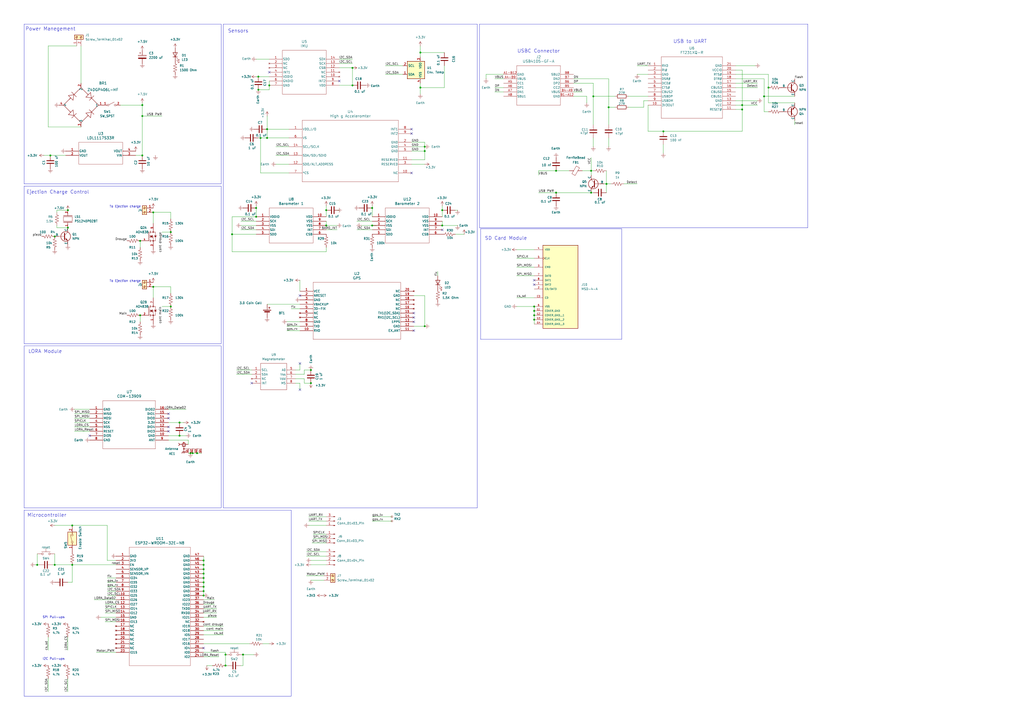
<source format=kicad_sch>
(kicad_sch (version 20250114) (generator "eeschema") (generator_version "9.0")
  (paper "A2")
  (rectangle (start 129.54 13.97) (end 276.86 294.64))
  (rectangle (start 278.13 13.97) (end 468.63 132.08))
  (rectangle (start 13.97 107.95) (end 128.27 199.39))
  (rectangle (start 13.97 200.66) (end 128.27 294.64))
  (rectangle (start 13.97 13.97) (end 128.27 106.68))
  (rectangle (start 278.765 132.715) (end 360.68 196.85))
  (rectangle (start 13.97 295.91) (end 168.91 403.86))
  (text "USB to UART " (at 401.066 24.13 0) (effects (font (size 2 2))))
  (text "SPI Pull-ups\n" (at 31.115 358.14 0) (effects (font (size 1.27 1.27))))
  (text "LORA Module" (at 26.162 203.962 0) (effects (font (size 2 2))))
  (text "Sensors" (at 138.176 18.034 0) (effects (font (size 2 2))))
  (text "To Ejection charge" (at 63.5 120.65 0) (effects (font (size 1.27 1.27)) (justify left bottom)))
  (text "To Ejection charge" (at 63.5 163.83 0) (effects (font (size 1.27 1.27)) (justify left bottom)))
  (text "Ejection Charge Control" (at 33.528 111.506 0) (effects (font (size 2 2))))
  (text "SD Card Module" (at 293.497 138.303 0) (effects (font (size 2 2))))
  (text "Power Manegement" (at 14.732 18.034 0) (effects (font (size 2 2)) (justify left bottom)))
  (text "I2C Pull-ups" (at 31.115 382.27 0) (effects (font (size 1.27 1.27))))
  (text "Microcontroller" (at 27.178 298.958 0) (effects (font (size 2 2))))
  (text "USBC Connector" (at 312.42 29.718 0) (effects (font (size 2 2))))
  (junction (at 110.49 262.89))
  (junction (at 118.11 327.66))
  (junction (at 118.11 330.2))
  (junction (at 130.81 386.08))
  (junction (at 148.59 125.73))
  (junction (at 31.75 137.16))
  (junction (at 342.9 99.06))
  (junction (at 256.54 121.92))
  (junction (at 180.34 214.63))
  (junction (at 134.62 135.89))
  (junction (at 204.47 49.53))
  (junction (at 140.97 379.73))
  (junction (at 309.88 180.34))
  (junction (at 149.86 44.45))
  (junction (at 118.11 340.36))
  (junction (at 81.28 182.88))
  (junction (at 154.94 74.93))
  (junction (at 342.9 111.76))
  (junction (at 39.37 121.92))
  (junction (at 180.34 222.25))
  (junction (at 41.91 327.66))
  (junction (at 243.84 50.8))
  (junction (at 88.9 123.19))
  (junction (at 88.9 166.37))
  (junction (at 151.13 80.01))
  (junction (at 114.3 262.89))
  (junction (at 148.59 120.65))
  (junction (at 82.55 67.31))
  (junction (at 99.06 134.62))
  (junction (at 204.47 39.37))
  (junction (at 353.06 62.23))
  (junction (at 82.55 90.17))
  (junction (at 111.76 262.89))
  (junction (at 246.38 87.63))
  (junction (at 443.23 55.88))
  (junction (at 246.38 85.09))
  (junction (at 118.11 345.44))
  (junction (at 322.58 99.06))
  (junction (at 118.11 325.12))
  (junction (at 82.55 60.96))
  (junction (at 309.88 185.42))
  (junction (at 215.9 130.81))
  (junction (at 21.59 327.66))
  (junction (at 99.06 177.8))
  (junction (at 384.81 76.2))
  (junction (at 344.17 55.88))
  (junction (at 246.38 189.23))
  (junction (at 118.11 335.28))
  (junction (at 41.91 304.8))
  (junction (at 29.21 90.17))
  (junction (at 104.14 252.73))
  (junction (at 215.9 120.65))
  (junction (at 430.53 60.96))
  (junction (at 309.88 177.8))
  (junction (at 154.94 80.01))
  (junction (at 445.77 50.8))
  (junction (at 322.58 111.76))
  (junction (at 156.21 49.53))
  (junction (at 309.88 182.88))
  (junction (at 104.14 245.11))
  (junction (at 130.81 379.73))
  (junction (at 118.11 332.74))
  (junction (at 31.75 327.66))
  (junction (at 430.53 63.5))
  (junction (at 39.37 132.08))
  (junction (at 118.11 342.9))
  (junction (at 149.86 52.07))
  (junction (at 256.54 130.81))
  (junction (at 243.84 30.48))
  (junction (at 81.28 139.7))
  (junction (at 189.23 130.81))
  (junction (at 351.79 106.68))
  (junction (at 118.11 337.82))
  (junction (at 189.23 121.92))
  (no_connect (at 97.79 240.03))
  (no_connect (at 97.79 242.57))
  (no_connect (at 309.88 162.56))
  (no_connect (at 240.03 191.77))
  (no_connect (at 238.76 74.93))
  (no_connect (at 309.88 165.1))
  (no_connect (at 238.76 77.47))
  (no_connect (at 240.03 181.61))
  (no_connect (at 52.07 252.73))
  (no_connect (at 118.11 375.92))
  (no_connect (at 240.03 184.15))
  (no_connect (at 146.05 222.25))
  (no_connect (at 196.85 46.99))
  (no_connect (at 238.76 100.33))
  (no_connect (at 97.79 250.19))
  (no_connect (at 173.99 226.06))
  (no_connect (at 240.03 186.69))
  (no_connect (at 256.54 133.35))
  (no_connect (at 173.99 210.82))
  (no_connect (at 173.99 171.45))
  (no_connect (at 97.79 247.65))
  (no_connect (at 156.21 41.91))
  (wire (pts (xy 58.42 358.14) (xy 67.31 358.14)))
  (wire (pts (xy 88.9 123.19) (xy 88.9 129.54)))
  (wire (pts (xy 41.91 337.82) (xy 39.37 337.82)))
  (wire (pts (xy 151.13 80.01) (xy 151.13 100.33)))
  (wire (pts (xy 114.3 262.89) (xy 116.84 262.89)))
  (wire (pts (xy 60.96 353.06) (xy 67.31 353.06)))
  (wire (pts (xy 29.21 90.17) (xy 38.1 90.17)))
  (wire (pts (xy 93.98 134.62) (xy 99.06 134.62)))
  (wire (pts (xy 148.59 125.73) (xy 134.62 125.73)))
  (wire (pts (xy 140.97 379.73) (xy 140.97 386.08)))
  (wire (pts (xy 430.53 60.96) (xy 439.42 60.96)))
  (wire (pts (xy 176.53 222.25) (xy 180.34 222.25)))
  (wire (pts (xy 99.06 170.18) (xy 99.06 166.37)))
  (wire (pts (xy 154.94 80.01) (xy 151.13 80.01)))
  (wire (pts (xy 195.58 133.35) (xy 189.23 133.35)))
  (wire (pts (xy 60.96 355.6) (xy 67.31 355.6)))
  (wire (pts (xy 189.23 128.27) (xy 189.23 130.81)))
  (wire (pts (xy 27.94 26.67) (xy 27.94 73.66)))
  (wire (pts (xy 130.81 378.46) (xy 118.11 378.46)))
  (wire (pts (xy 351.79 111.76) (xy 351.79 106.68)))
  (wire (pts (xy 344.17 55.88) (xy 344.17 72.39)))
  (wire (pts (xy 31.75 327.66) (xy 30.48 327.66)))
  (wire (pts (xy 461.01 72.39) (xy 461.01 69.85)))
  (wire (pts (xy 215.9 119.38) (xy 215.9 120.65)))
  (wire (pts (xy 166.37 189.23) (xy 173.99 189.23)))
  (wire (pts (xy 322.58 99.06) (xy 330.2 99.06)))
  (wire (pts (xy 309.88 182.88) (xy 309.88 185.42)))
  (wire (pts (xy 39.37 121.92) (xy 33.02 121.92)))
  (wire (pts (xy 81.28 182.88) (xy 81.28 186.69)))
  (wire (pts (xy 31.75 304.8) (xy 41.91 304.8)))
  (wire (pts (xy 125.73 353.06) (xy 118.11 353.06)))
  (wire (pts (xy 81.28 139.7) (xy 81.28 143.51)))
  (wire (pts (xy 43.18 242.57) (xy 52.07 242.57)))
  (wire (pts (xy 62.23 335.28) (xy 67.31 335.28)))
  (wire (pts (xy 375.92 60.96) (xy 375.92 76.2)))
  (wire (pts (xy 375.92 76.2) (xy 384.81 76.2)))
  (wire (pts (xy 88.9 166.37) (xy 88.9 172.72)))
  (wire (pts (xy 134.62 146.05) (xy 134.62 135.89)))
  (wire (pts (xy 189.23 143.51) (xy 189.23 146.05)))
  (wire (pts (xy 171.45 219.71) (xy 176.53 219.71)))
  (wire (pts (xy 287.02 50.8) (xy 292.1 50.8)))
  (wire (pts (xy 243.84 30.48) (xy 257.81 30.48)))
  (wire (pts (xy 384.81 76.2) (xy 430.53 76.2)))
  (wire (pts (xy 287.02 53.34) (xy 292.1 53.34)))
  (wire (pts (xy 82.55 67.31) (xy 82.55 90.17)))
  (wire (pts (xy 353.06 45.72) (xy 332.74 45.72)))
  (wire (pts (xy 265.43 121.92) (xy 264.16 121.92)))
  (wire (pts (xy 173.99 222.25) (xy 173.99 226.06)))
  (wire (pts (xy 215.9 120.65) (xy 215.9 125.73)))
  (wire (pts (xy 148.59 120.65) (xy 148.59 125.73)))
  (wire (pts (xy 189.23 121.92) (xy 189.23 125.73)))
  (wire (pts (xy 118.11 322.58) (xy 118.11 325.12)))
  (wire (pts (xy 207.01 133.35) (xy 215.9 133.35)))
  (wire (pts (xy 156.21 46.99) (xy 156.21 49.53)))
  (wire (pts (xy 299.72 177.8) (xy 309.88 177.8)))
  (wire (pts (xy 215.9 299.72) (xy 227.33 299.72)))
  (wire (pts (xy 256.54 121.92) (xy 256.54 125.73)))
  (wire (pts (xy 99.06 127) (xy 99.06 123.19)))
  (wire (pts (xy 62.23 340.36) (xy 67.31 340.36)))
  (wire (pts (xy 299.72 172.72) (xy 309.88 172.72)))
  (wire (pts (xy 21.59 321.31) (xy 21.59 327.66)))
  (wire (pts (xy 180.34 336.55) (xy 187.96 336.55)))
  (wire (pts (xy 148.59 119.38) (xy 148.59 120.65)))
  (wire (pts (xy 125.73 358.14) (xy 118.11 358.14)))
  (wire (pts (xy 309.88 185.42) (xy 309.88 187.96)))
  (wire (pts (xy 180.34 325.12) (xy 189.23 325.12)))
  (wire (pts (xy 342.9 99.06) (xy 342.9 101.6)))
  (wire (pts (xy 88.9 123.19) (xy 99.06 123.19)))
  (wire (pts (xy 181.61 309.88) (xy 189.23 309.88)))
  (wire (pts (xy 160.02 90.17) (xy 167.64 90.17)))
  (wire (pts (xy 62.23 345.44) (xy 67.31 345.44)))
  (wire (pts (xy 238.76 87.63) (xy 246.38 87.63)))
  (wire (pts (xy 93.98 67.31) (xy 82.55 67.31)))
  (wire (pts (xy 130.81 379.73) (xy 130.81 378.46)))
  (wire (pts (xy 342.9 111.76) (xy 344.17 111.76)))
  (wire (pts (xy 156.21 52.07) (xy 156.21 49.53)))
  (wire (pts (xy 218.44 130.81) (xy 215.9 130.81)))
  (wire (pts (xy 137.16 214.63) (xy 146.05 214.63)))
  (wire (pts (xy 118.11 342.9) (xy 118.11 345.44)))
  (wire (pts (xy 299.72 160.02) (xy 309.88 160.02)))
  (wire (pts (xy 256.54 128.27) (xy 256.54 130.81)))
  (wire (pts (xy 340.36 55.88) (xy 332.74 55.88)))
  (wire (pts (xy 430.53 60.96) (xy 430.53 63.5)))
  (wire (pts (xy 118.11 332.74) (xy 118.11 335.28)))
  (wire (pts (xy 160.02 85.09) (xy 167.64 85.09)))
  (wire (pts (xy 351.79 106.68) (xy 354.33 106.68)))
  (wire (pts (xy 93.98 177.8) (xy 99.06 177.8)))
  (wire (pts (xy 118.11 335.28) (xy 118.11 337.82)))
  (wire (pts (xy 118.11 325.12) (xy 118.11 327.66)))
  (wire (pts (xy 256.54 119.38) (xy 256.54 121.92)))
  (wire (pts (xy 373.38 62.23) (xy 373.38 58.42)))
  (wire (pts (xy 46.99 26.67) (xy 46.99 48.26)))
  (wire (pts (xy 31.75 327.66) (xy 41.91 327.66)))
  (wire (pts (xy 243.84 48.26) (xy 243.84 50.8)))
  (wire (pts (xy 309.88 180.34) (xy 309.88 182.88)))
  (wire (pts (xy 167.64 74.93) (xy 154.94 74.93)))
  (wire (pts (xy 426.72 38.1) (xy 438.15 38.1)))
  (wire (pts (xy 179.07 304.8) (xy 189.23 304.8)))
  (wire (pts (xy 445.77 59.69) (xy 445.77 50.8)))
  (wire (pts (xy 168.91 179.07) (xy 173.99 179.07)))
  (wire (pts (xy 181.61 312.42) (xy 189.23 312.42)))
  (wire (pts (xy 384.81 83.82) (xy 384.81 88.9)))
  (wire (pts (xy 39.37 401.32) (xy 39.37 393.7)))
  (wire (pts (xy 445.77 43.18) (xy 445.77 50.8)))
  (wire (pts (xy 154.94 176.53) (xy 173.99 176.53)))
  (wire (pts (xy 238.76 85.09) (xy 246.38 85.09)))
  (wire (pts (xy 27.94 26.67) (xy 44.45 26.67)))
  (wire (pts (xy 299.72 154.94) (xy 309.88 154.94)))
  (wire (pts (xy 257.81 38.1) (xy 257.81 50.8)))
  (wire (pts (xy 147.32 379.73) (xy 140.97 379.73)))
  (wire (pts (xy 179.07 302.26) (xy 189.23 302.26)))
  (wire (pts (xy 82.55 90.17) (xy 78.74 90.17)))
  (wire (pts (xy 426.72 40.64) (xy 430.53 40.64)))
  (wire (pts (xy 154.94 74.93) (xy 154.94 80.01)))
  (wire (pts (xy 151.13 100.33) (xy 167.64 100.33)))
  (wire (pts (xy 204.47 49.53) (xy 196.85 49.53)))
  (wire (pts (xy 177.8 320.04) (xy 189.23 320.04)))
  (wire (pts (xy 312.42 99.06) (xy 322.58 99.06)))
  (wire (pts (xy 127 381) (xy 118.11 381)))
  (wire (pts (xy 60.96 360.68) (xy 67.31 360.68)))
  (wire (pts (xy 109.22 255.27) (xy 109.22 257.81)))
  (wire (pts (xy 215.9 302.26) (xy 227.33 302.26)))
  (wire (pts (xy 344.17 99.06) (xy 342.9 99.06)))
  (wire (pts (xy 243.84 26.67) (xy 243.84 30.48)))
  (wire (pts (xy 350.52 106.68) (xy 351.79 106.68)))
  (wire (pts (xy 55.88 378.46) (xy 67.31 378.46)))
  (wire (pts (xy 373.38 58.42) (xy 375.92 58.42)))
  (wire (pts (xy 151.13 80.01) (xy 149.86 80.01)))
  (wire (pts (xy 43.18 250.19) (xy 52.07 250.19)))
  (wire (pts (xy 173.99 162.56) (xy 173.99 168.91)))
  (wire (pts (xy 139.7 133.35) (xy 148.59 133.35)))
  (wire (pts (xy 312.42 111.76) (xy 322.58 111.76)))
  (wire (pts (xy 27.94 73.66) (xy 46.99 73.66)))
  (wire (pts (xy 62.23 337.82) (xy 67.31 337.82)))
  (wire (pts (xy 104.14 245.11) (xy 106.68 245.11)))
  (wire (pts (xy 33.02 121.92) (xy 33.02 123.19)))
  (wire (pts (xy 443.23 45.72) (xy 443.23 55.88)))
  (wire (pts (xy 180.975 314.96) (xy 189.23 314.96)))
  (wire (pts (xy 134.62 146.05) (xy 189.23 146.05)))
  (wire (pts (xy 62.23 342.9) (xy 67.31 342.9)))
  (wire (pts (xy 353.06 62.23) (xy 353.06 72.39)))
  (wire (pts (xy 114.3 262.89) (xy 111.76 262.89)))
  (wire (pts (xy 195.58 130.81) (xy 189.23 130.81)))
  (wire (pts (xy 179.07 299.72) (xy 189.23 299.72)))
  (wire (pts (xy 148.59 44.45) (xy 149.86 44.45)))
  (wire (pts (xy 20.32 327.66) (xy 21.59 327.66)))
  (wire (pts (xy 240.03 171.45) (xy 246.38 171.45)))
  (wire (pts (xy 426.72 58.42) (xy 439.42 58.42)))
  (wire (pts (xy 97.79 255.27) (xy 109.22 255.27)))
  (wire (pts (xy 337.82 99.06) (xy 342.9 99.06)))
  (wire (pts (xy 129.54 363.22) (xy 118.11 363.22)))
  (wire (pts (xy 443.23 64.77) (xy 445.77 64.77)))
  (wire (pts (xy 31.75 321.31) (xy 31.75 327.66)))
  (wire (pts (xy 43.18 237.49) (xy 52.07 237.49)))
  (wire (pts (xy 118.11 350.52) (xy 124.46 350.52)))
  (wire (pts (xy 430.53 63.5) (xy 430.53 76.2)))
  (wire (pts (xy 356.87 62.23) (xy 353.06 62.23)))
  (wire (pts (xy 118.11 330.2) (xy 118.11 332.74)))
  (wire (pts (xy 351.79 106.68) (xy 351.79 99.06)))
  (wire (pts (xy 204.47 34.29) (xy 196.85 34.29)))
  (wire (pts (xy 129.54 365.76) (xy 118.11 365.76)))
  (wire (pts (xy 41.91 327.66) (xy 67.31 327.66)))
  (wire (pts (xy 309.88 177.8) (xy 309.88 180.34)))
  (wire (pts (xy 149.86 52.07) (xy 156.21 52.07)))
  (wire (pts (xy 196.85 121.92) (xy 195.58 121.92)))
  (wire (pts (xy 120.015 386.08) (xy 123.19 386.08)))
  (wire (pts (xy 177.8 322.58) (xy 189.23 322.58)))
  (wire (pts (xy 243.84 30.48) (xy 243.84 33.02)))
  (wire (pts (xy 356.87 55.88) (xy 344.17 55.88)))
  (wire (pts (xy 43.18 240.03) (xy 52.07 240.03)))
  (wire (pts (xy 118.11 337.82) (xy 118.11 340.36)))
  (wire (pts (xy 82.55 59.69) (xy 82.55 60.96)))
  (wire (pts (xy 176.53 219.71) (xy 176.53 222.25)))
  (wire (pts (xy 33.02 130.81) (xy 33.02 132.08)))
  (wire (pts (xy 41.91 304.8) (xy 62.23 304.8)))
  (wire (pts (xy 82.55 60.96) (xy 69.85 60.96)))
  (wire (pts (xy 43.18 245.11) (xy 52.07 245.11)))
  (wire (pts (xy 287.02 45.72) (xy 292.1 45.72)))
  (wire (pts (xy 332.74 48.26) (xy 344.17 48.26)))
  (wire (pts (xy 238.76 82.55) (xy 246.38 82.55)))
  (wire (pts (xy 118.11 355.6) (xy 125.73 355.6)))
  (wire (pts (xy 364.49 62.23) (xy 373.38 62.23)))
  (wire (pts (xy 196.85 39.37) (xy 204.47 39.37)))
  (wire (pts (xy 173.99 210.82) (xy 173.99 214.63)))
  (wire (pts (xy 176.53 217.17) (xy 176.53 214.63)))
  (wire (pts (xy 27.94 377.19) (xy 27.94 369.57)))
  (wire (pts (xy 223.52 43.18) (xy 233.68 43.18)))
  (wire (pts (xy 254 157.48) (xy 254 160.02)))
  (wire (pts (xy 176.53 214.63) (xy 180.34 214.63)))
  (wire (pts (xy 97.79 237.49) (xy 107.95 237.49)))
  (wire (pts (xy 177.8 334.01) (xy 187.96 334.01)))
  (wire (pts (xy 130.81 379.73) (xy 130.81 386.08)))
  (wire (pts (xy 281.94 43.18) (xy 292.1 43.18)))
  (wire (pts (xy 88.9 166.37) (xy 99.06 166.37)))
  (wire (pts (xy 97.79 245.11) (xy 104.14 245.11)))
  (wire (pts (xy 426.72 63.5) (xy 430.53 63.5)))
  (wire (pts (xy 246.38 189.23) (xy 240.03 189.23)))
  (wire (pts (xy 269.24 135.89) (xy 264.16 135.89)))
  (wire (pts (xy 41.91 327.66) (xy 41.91 337.82)))
  (wire (pts (xy 344.17 48.26) (xy 344.17 55.88)))
  (wire (pts (xy 180.34 327.66) (xy 189.23 327.66)))
  (wire (pts (xy 152.4 373.38) (xy 156.21 373.38)))
  (wire (pts (xy 140.97 386.08) (xy 139.7 386.08)))
  (wire (pts (xy 82.55 60.96) (xy 82.55 67.31)))
  (wire (pts (xy 109.22 262.89) (xy 110.49 262.89)))
  (wire (pts (xy 246.38 87.63) (xy 246.38 92.71)))
  (wire (pts (xy 60.96 350.52) (xy 67.31 350.52)))
  (wire (pts (xy 104.14 252.73) (xy 107.95 252.73)))
  (wire (pts (xy 430.53 40.64) (xy 430.53 60.96)))
  (wire (pts (xy 281.94 43.18) (xy 281.94 45.72)))
  (wire (pts (xy 33.02 132.08) (xy 39.37 132.08)))
  (wire (pts (xy 238.76 95.25) (xy 246.38 95.25)))
  (wire (pts (xy 243.84 50.8) (xy 243.84 54.61)))
  (wire (pts (xy 130.81 386.08) (xy 132.08 386.08)))
  (wire (pts (xy 238.76 92.71) (xy 246.38 92.71)))
  (wire (pts (xy 171.45 217.17) (xy 176.53 217.17)))
  (wire (pts (xy 166.37 191.77) (xy 173.99 191.77)))
  (wire (pts (xy 166.37 186.69) (xy 173.99 186.69)))
  (wire (pts (xy 171.45 222.25) (xy 173.99 222.25)))
  (wire (pts (xy 43.18 247.65) (xy 52.07 247.65)))
  (wire (pts (xy 299.72 144.78) (xy 309.88 144.78)))
  (wire (pts (xy 39.37 377.19) (xy 39.37 369.57)))
  (wire (pts (xy 148.59 34.29) (xy 156.21 34.29)))
  (wire (pts (xy 443.23 55.88) (xy 443.23 64.77)))
  (wire (pts (xy 62.23 304.8) (xy 62.23 325.12)))
  (wire (pts (xy 342.9 91.44) (xy 342.9 99.06)))
  (wire (pts (xy 353.06 45.72) (xy 353.06 62.23)))
  (wire (pts (xy 246.38 171.45) (xy 246.38 189.23)))
  (wire (pts (xy 134.62 125.73) (xy 134.62 135.89)))
  (wire (pts (xy 139.7 128.27) (xy 148.59 128.27)))
  (wire (pts (xy 461.01 59.69) (xy 445.77 59.69)))
  (wire (pts (xy 21.59 327.66) (xy 22.86 327.66)))
  (wire (pts (xy 27.94 401.32) (xy 27.94 393.7)))
  (wire (pts (xy 154.94 67.31) (xy 154.94 74.93)))
  (wire (pts (xy 299.72 149.86) (xy 309.88 149.86)))
  (wire (pts (xy 439.42 50.8) (xy 426.72 50.8)))
  (wire (pts (xy 353.06 80.01) (xy 353.06 85.09)))
  (wire (pts (xy 129.54 368.3) (xy 118.11 368.3)))
  (wire (pts (xy 134.62 135.89) (xy 148.59 135.89)))
  (wire (pts (xy 426.72 60.96) (xy 430.53 60.96)))
  (wire (pts (xy 204.47 36.83) (xy 196.85 36.83)))
  (wire (pts (xy 209.55 130.81) (xy 215.9 130.81)))
  (wire (pts (xy 118.11 327.66) (xy 118.11 330.2)))
  (wire (pts (xy 369.57 106.68) (xy 361.95 106.68)))
  (wire (pts (xy 369.57 38.1) (xy 375.92 38.1)))
  (wire (pts (xy 265.43 130.81) (xy 256.54 130.81)))
  (wire (pts (xy 149.86 44.45) (xy 156.21 44.45)))
  (wire (pts (xy 111.76 262.89) (xy 110.49 262.89)))
  (wire (pts (xy 118.11 340.36) (xy 118.11 342.9)))
  (wire (pts (xy 312.42 101.6) (xy 312.42 99.06)))
  (wire (pts (xy 340.36 55.88) (xy 340.36 59.69)))
  (wire (pts (xy 54.61 347.98) (xy 67.31 347.98)))
  (wire (pts (xy 426.72 48.26) (xy 439.42 48.26)))
  (wire (pts (xy 171.45 214.63) (xy 173.99 214.63)))
  (wire (pts (xy 62.23 325.12) (xy 67.31 325.12)))
  (wire (pts (xy 144.78 373.38) (xy 118.11 373.38)))
  (wire (pts (xy 97.79 252.73) (xy 104.14 252.73)))
  (wire (pts (xy 160.02 95.25) (xy 167.64 95.25)))
  (wire (pts (xy 344.17 80.01) (xy 344.17 85.09)))
  (wire (pts (xy 139.7 130.81) (xy 148.59 130.81)))
  (wire (pts (xy 207.01 128.27) (xy 215.9 128.27)))
  (wire (pts (xy 257.81 50.8) (xy 243.84 50.8)))
  (wire (pts (xy 189.23 119.38) (xy 189.23 121.92)))
  (wire (pts (xy 167.64 80.01) (xy 154.94 80.01)))
  (wire (pts (xy 443.23 55.88) (xy 461.01 55.88)))
  (wire (pts (xy 364.49 55.88) (xy 375.92 55.88)))
  (wire (pts (xy 118.11 347.98) (xy 124.46 347.98)))
  (wire (pts (xy 25.4 90.17) (xy 29.21 90.17)))
  (wire (pts (xy 223.52 38.1) (xy 233.68 38.1)))
  (wire (pts (xy 337.82 53.34) (xy 332.74 53.34)))
  (wire (pts (xy 246.38 87.63) (xy 246.38 85.09)))
  (wire (pts (xy 322.58 111.76) (xy 342.9 111.76)))
  (wire (pts (xy 426.72 45.72) (xy 443.23 45.72)))
  (wire (pts (xy 137.16 217.17) (xy 146.05 217.17)))
  (wire (pts (xy 426.72 43.18) (xy 445.77 43.18)))
  (wire (pts (xy 204.47 39.37) (xy 204.47 49.53)))
  (wire (pts (xy 246.38 82.55) (xy 246.38 85.09)))
  (wire (pts (xy 369.57 43.18) (xy 375.92 43.18)))
  (label "I2C_SCL" (at 39.37 401.32 90))
  (label "LORA_Data02" (at 107.95 237.49 180))
  (label "I2C_SCL" (at 160.02 85.09 0))
  (label "I2C_SCL" (at 177.8 322.58 0))
  (label "DN" (at 287.02 53.34 0))
  (label "I2C_SCL" (at 204.47 36.83 180))
  (label "cs_sd" (at 129.54 368.3 180))
  (label "SPI_MISO" (at 180.975 314.96 0))
  (label "UART_TX" (at 125.73 353.06 180))
  (label "LORA_CS" (at 60.96 350.52 0))
  (label "SPI_MOSI" (at 299.72 154.94 0))
  (label "VCC" (at 439.42 60.96 180))
  (label "flash" (at 127 378.46 180))
  (label "cs_sd" (at 27.94 377.19 90))
  (label "gps_tx" (at 215.9 299.72 0))
  (label "LORA_CS" (at 43.18 247.65 0))
  (label "flash" (at 461.01 45.72 0))
  (label "gps_rx" (at 62.23 340.36 0))
  (label "SPI_MOSI" (at 181.61 312.42 0))
  (label "UART_TX" (at 369.57 38.1 0))
  (label "DP" (at 332.74 48.26 0))
  (label "VBUS" (at 337.82 53.34 180))
  (label "reset" (at 461.01 72.39 0))
  (label "Motor_PWM" (at 55.88 378.46 0))
  (label "UART_RX" (at 125.73 355.6 180))
  (label "gps_rx" (at 166.37 191.77 0))
  (label "gps_tx" (at 62.23 337.82 0))
  (label "I2C_SDA" (at 62.23 342.9 0))
  (label "I2C_SDA" (at 27.94 401.32 90))
  (label "VBUS" (at 287.02 45.72 0))
  (label "Main" (at 73.66 182.88 180))
  (label "DN" (at 332.74 45.72 0))
  (label "SPICLK" (at 181.61 309.88 0))
  (label "BARO_INT" (at 195.58 133.35 180))
  (label "SPICLK" (at 299.72 149.86 0))
  (label "UART_RX" (at 179.07 299.72 0))
  (label "Motor_PWM" (at 177.8 334.01 0))
  (label "Drouge" (at 124.46 350.52 180))
  (label "cont main" (at 129.54 365.76 180))
  (label "SPI_MISO" (at 60.96 355.6 0))
  (label "I2C_SCL" (at 223.52 38.1 0))
  (label "SPICLK" (at 43.18 245.11 0))
  (label "SPI_MISO" (at 43.18 240.03 0))
  (label "VCC" (at 342.9 91.44 270))
  (label "gps_rx" (at 215.9 302.26 0))
  (label "Detect" (at 369.57 106.68 180))
  (label "cont main" (at 93.98 177.8 270))
  (label "I2C_SCL" (at 207.01 128.27 0))
  (label "I2C_SDA" (at 207.01 133.35 0))
  (label "fix" (at 254 157.48 270))
  (label "GND" (at 238.76 85.09 0))
  (label "I2C_SDA" (at 204.47 34.29 180))
  (label "piezo" (at 125.73 358.14 180))
  (label "gps_tx" (at 166.37 189.23 0))
  (label "I2C_SCL" (at 137.16 214.63 0))
  (label "I2C_SCL" (at 62.23 345.44 0))
  (label "SPI_MOSI" (at 43.18 242.57 0))
  (label "Main" (at 124.46 347.98 180))
  (label "GND" (at 238.76 82.55 0))
  (label "I2C_SCL" (at 139.7 128.27 0))
  (label "LORA_CS" (at 39.37 377.19 90))
  (label "USB PWR" (at 93.98 67.31 180))
  (label "piezo" (at 24.13 137.16 180))
  (label "USB PWR" (at 312.42 111.76 0))
  (label "cont drouge" (at 93.98 134.62 270))
  (label "reset" (at 64.77 327.66 0))
  (label "I2C_SDA" (at 160.02 90.17 0))
  (label "LORA_Reset" (at 127 381 180))
  (label "I2C_SDA" (at 223.52 43.18 0))
  (label "LORA_Data02" (at 54.61 347.98 0))
  (label "SPI_MOSI" (at 60.96 360.68 0))
  (label "GND" (at 238.76 87.63 0))
  (label "fix" (at 62.23 335.28 0))
  (label "I2C_SDA" (at 139.7 133.35 0))
  (label "SPICLK" (at 60.96 353.06 0))
  (label "cont drouge" (at 129.54 363.22 180))
  (label "Drouge" (at 73.66 139.7 180))
  (label "Detect" (at 439.42 50.8 180))
  (label "UART_TX" (at 179.07 302.26 0))
  (label "I2C_SDA" (at 177.8 320.04 0))
  (label "VBUS" (at 312.42 101.6 0))
  (label "UART_RX" (at 439.42 48.26 180))
  (label "LORA_Reset" (at 43.18 250.19 0))
  (label "fix" (at 168.91 179.07 0))
  (label "cs_sd" (at 299.72 172.72 0))
  (label "I2C_SDA" (at 137.16 217.17 0))
  (label "SPI_MISO" (at 299.72 160.02 0))
  (label "DP" (at 287.02 50.8 0))
  (symbol (lib_id "TR3_V1:Earth") (at 107.95 252.73 90) (unit 1)
    (property "Reference" "#PWR064" (effects (hide yes)))
    (property "Value" "Earth" (at 111.76 252.7299 90) (effects (justify right)))
    (property "Description" "Power symbol creates a global label with name \"Earth\"" (effects (hide yes)))
  )
  (symbol (lib_id "sp_symbols.pretty:R_US") (at 77.47 139.7 90) (mirror x) (unit 1)
    (property "Reference" "R11" (at 78.74 143.51 90) (effects (justify left)))
    (property "Value" "100" (at 78.74 137.16 90) (effects (justify left)))
    (property "Footprint" "Resistor_SMD:R_0603_1608Metric_Pad0.98x0.95mm_HandSolder" (effects (hide yes)))
  )
  (symbol (lib_id "sp_symbols.pretty:+7.5V") (at 39.37 121.92 0) (unit 1)
    (property "Reference" "#PWR033" (effects (hide yes)))
    (property "Value" "+7.5V" (at 34.29 120.65 0))
  )
  (symbol (lib_id "TR3_V1:Earth") (at 173.99 173.99 270) (unit 1)
    (property "Reference" "#PWR028" (effects (hide yes)))
    (property "Value" "Earth" (effects (hide yes)))
  )
  (symbol (lib_id "TR3_V1:TestPoint_Small") (at 227.33 299.72 0) (unit 1)
    (property "Reference" "TX2" (at 228.6 298.45 0) (effects (justify left)))
    (property "Value" "TestPoint_Small" (effects (hide yes)))
    (property "Footprint" "TestPoint:TestPoint_THTPad_1.0x1.0mm_Drill0.5mm" (effects (hide yes)))
    (property "Description" "test point" (effects (hide yes)))
  )
  (symbol (lib_id "TR3_V1:+3.3V") (at 27.94 361.95 90) (unit 1)
    (property "Reference" "#PWR038" (effects (hide yes)))
    (property "Value" "+3.3V" (at 24.13 361.95 90) (effects (justify left)))
  )
  (symbol (lib_id "TR3_V1:MAGNETO-MLX90395KDC") (at 158.75 217.17 0) (unit 1)
    (property "Reference" "U9" (at 158.75 205.74 0))
    (property "Value" "Magnetometer" (at 158.75 208.28 0))
    (property "Footprint" "TR3_V1:MAGNETO-MLX90395KDC" (effects (hide yes)))
  )
  (symbol (lib_id "TR3_V1:+3.3V") (at 256.54 119.38 0) (unit 1)
    (property "Reference" "#PWR072" (effects (hide yes)))
    (property "Value" "+3.3V" (at 256.286 114.808 0))
    (property "Description" "Power symbol creates a global label with name \"+3.3V\"" (effects (hide yes)))
  )
  (symbol (lib_id "sp_symbols.pretty:R_US") (at 260.35 135.89 90) (unit 1)
    (property "Reference" "R30" (at 262.89 133.604 90) (effects (justify left)))
    (property "Value" "10k" (at 262.89 137.922 90) (effects (justify left)))
    (property "Footprint" "Resistor_SMD:R_0603_1608Metric_Pad0.98x0.95mm_HandSolder" (effects (hide yes)))
  )
  (symbol (lib_id "TR3_V1:5186") (at 173.99 168.91 0) (unit 1)
    (property "Reference" "U2" (at 207.01 158.75 0) (effects (font (size 1.524 1.524))))
    (property "Value" "GPS" (at 207.01 161.29 0) (effects (font (size 1.524 1.524))))
    (property "Footprint" "TR3_V1:5186_footprint_N" (effects (hide yes)))
    (property "Datasheet" "5186" (effects (hide yes)))
  )
  (symbol (lib_id "TR3_V1:Earth") (at 369.57 43.18 0) (unit 1)
    (property "Reference" "#PWR053" (effects (hide yes)))
    (property "Value" "Earth" (at 369.57 46.99 0))
    (property "Description" "Power symbol creates a global label with name \"Earth\"" (effects (hide yes)))
  )
  (symbol (lib_id "TR3_V1:+3.3V") (at 78.74 87.63 0) (unit 1)
    (property "Reference" "#PWR03" (effects (hide yes)))
    (property "Value" "+3.3V" (at 78.74 82.55 0))
  )
  (symbol (lib_id "TR3_V1:Earth") (at 147.32 74.93 270) (unit 1)
    (property "Reference" "#PWR044" (effects (hide yes)))
    (property "Value" "Earth" (effects (hide yes)))
  )
  (symbol (lib_id "TR3_V1:R_US") (at 39.37 389.89 0) (unit 1)
    (property "Reference" "R20" (at 41.91 388.6199 0) (effects (justify left)))
    (property "Value" "4.7k" (at 41.91 391.1599 0) (effects (justify left)))
    (property "Footprint" "Resistor_SMD:R_0603_1608Metric_Pad0.98x0.95mm_HandSolder" (effects (hide yes)))
    (property "Description" "Resistor, US symbol" (effects (hide yes)))
  )
  (symbol (lib_id "TR3_V1:C") (at 353.06 76.2 0) (unit 1)
    (property "Reference" "C10" (at 356.87 74.9299 0) (effects (justify left)))
    (property "Value" "47pf" (at 356.87 77.4699 0) (effects (justify left)))
    (property "Footprint" "TR3_V1:G-155_MUR" (effects (hide yes)))
    (property "Description" "Unpolarized capacitor" (effects (hide yes)))
  )
  (symbol (lib_id "TR3_V1:Earth") (at 208.28 120.65 270) (unit 1)
    (property "Reference" "#PWR059" (effects (hide yes)))
    (property "Value" "Earth" (effects (hide yes)))
  )
  (symbol (lib_id "TR3_V1:USB4105-GF-A") (at 292.1 43.18 0) (unit 1)
    (property "Reference" "J2" (at 312.42 33.02 0) (effects (font (size 1.524 1.524))))
    (property "Value" "USB4105-GF-A" (at 312.42 35.56 0) (effects (font (size 1.524 1.524))))
    (property "Footprint" "TR3_V1:USB4105_GCT" (effects (hide yes)))
    (property "Datasheet" "USB4105-GF-A" (effects (hide yes)))
  )
  (symbol (lib_id "TR3_V1:C") (at 144.78 120.65 90) (unit 1)
    (property "Reference" "C14" (at 144.526 116.84 90))
    (property "Value" "0.1 uF" (at 145.288 124.206 90))
    (property "Footprint" "TR3_V1:CAP_CL05_SAM" (effects (hide yes)))
    (property "Description" "Unpolarized capacitor" (effects (hide yes)))
  )
  (symbol (lib_id "TR3_V1:C") (at 35.56 337.82 90) (unit 1)
    (property "Reference" "C21" (at 35.56 330.2 90))
    (property "Value" "1 uF" (at 35.56 332.74 90))
    (property "Footprint" "Capacitor_SMD:C_0603_1608Metric" (effects (hide yes)))
    (property "Description" "Unpolarized capacitor" (effects (hide yes)))
  )
  (symbol (lib_id "sp_symbols.pretty:Earth") (at 39.37 142.24 0) (unit 1)
    (property "Reference" "#PWR035" (effects (hide yes)))
    (property "Value" "Earth" (effects (hide yes)))
  )
  (symbol (lib_id "TR3_V1:Screw_Terminal_01x02") (at 44.45 21.59 90) (unit 1)
    (property "Reference" "J1" (at 49.53 20.32 90) (effects (justify right)))
    (property "Value" "Screw_Terminal_01x02" (at 49.53 22.86 90) (effects (justify right)))
    (property "Footprint" "TerminalBlock:TerminalBlock_bornier-2_P5.08mm" (effects (hide yes)))
  )
  (symbol (lib_id "TR3_V1:Earth") (at 353.06 85.09 0) (unit 1)
    (property "Reference" "#PWR050" (effects (hide yes)))
    (property "Value" "Earth" (effects (hide yes)))
  )
  (symbol (lib_id "power:Earth") (at 340.36 59.69 0) (unit 1)
    (property "Reference" "#PWR0100" (effects (hide yes)))
    (property "Value" "Earth" (at 340.36 64.77 0))
    (property "Description" "Power symbol creates a global label with name \"Earth\"" (effects (hide yes)))
  )
  (symbol (lib_id "sp_symbols.pretty:R_US") (at 31.75 140.97 0) (mirror x) (unit 1)
    (property "Reference" "R5" (at 26.67 143.51 0) (effects (justify left)))
    (property "Value" "10k" (at 26.67 140.97 0) (effects (justify left)))
    (property "Footprint" "Resistor_SMD:R_0603_1608Metric_Pad0.98x0.95mm_HandSolder" (effects (hide yes)))
  )
  (symbol (lib_id "TR3_V1:Earth") (at 90.17 90.17 0) (unit 1)
    (property "Reference" "#PWR013" (effects (hide yes)))
    (property "Value" "Earth" (effects (hide yes)))
  )
  (symbol (lib_id "TR3_V1:Earth") (at 82.55 97.79 0) (unit 1)
    (property "Reference" "#PWR07" (effects (hide yes)))
    (property "Value" "Earth" (effects (hide yes)))
  )
  (symbol (lib_id "TR3_V1:Earth") (at 344.17 85.09 0) (unit 1)
    (property "Reference" "#PWR049" (effects (hide yes)))
    (property "Value" "Earth" (effects (hide yes)))
  )
  (symbol (lib_id "TR3_V1:Earth") (at 438.15 38.1 90) (unit 1)
    (property "Reference" "#PWR073" (effects (hide yes)))
    (property "Value" "Earth" (effects (hide yes)))
  )
  (symbol (lib_id "TR3_V1:Earth") (at 31.75 337.82 270) (unit 1)
    (property "Reference" "#PWR030" (effects (hide yes)))
    (property "Value" "Earth" (effects (hide yes)))
  )
  (symbol (lib_id "TR3_V1:Earth") (at 215.9 143.51 0) (unit 1)
    (property "Reference" "#PWR096" (effects (hide yes)))
    (property "Value" "Earth" (at 215.646 149.098 90))
    (property "Description" "Power symbol creates a global label with name \"Earth\"" (effects (hide yes)))
  )
  (symbol (lib_id "TR3_V1:Earth") (at 20.32 327.66 270) (unit 1)
    (property "Reference" "#PWR023" (effects (hide yes)))
    (property "Value" "Earth" (effects (hide yes)))
  )
  (symbol (lib_id "sp_symbols.pretty:Earth") (at 31.75 144.78 0) (unit 1)
    (property "Reference" "#PWR022" (effects (hide yes)))
    (property "Value" "Earth" (effects (hide yes)))
  )
  (symbol (lib_id "TR3_V1:Earth") (at 212.09 49.53 90) (unit 1)
    (property "Reference" "#PWR016" (effects (hide yes)))
    (property "Value" "Earth" (at 217.678 49.784 90))
    (property "Description" "Power symbol creates a global label with name \"Earth\"" (effects (hide yes)))
  )
  (symbol (lib_id "TR3_V1:C") (at 180.34 218.44 180) (unit 1)
    (property "Reference" "C19" (at 183.896 218.44 90))
    (property "Value" "1 uF" (at 186.182 218.186 90))
    (property "Footprint" "Capacitor_SMD:C_0603_1608Metric" (effects (hide yes)))
    (property "Description" "Unpolarized capacitor" (effects (hide yes)))
  )
  (symbol (lib_id "TR3_V1:R_US") (at 254 171.45 0) (unit 1)
    (property "Reference" "R2" (at 256.54 170.1799 0) (effects (justify left)))
    (property "Value" "1.5K Ohm" (at 256.54 172.7199 0) (effects (justify left)))
    (property "Footprint" "Resistor_SMD:R_0603_1608Metric_Pad0.98x0.95mm_HandSolder" (effects (hide yes)))
  )
  (symbol (lib_id "TR3_V1:+3V3") (at 186.69 345.44 90) (unit 1)
    (property "Reference" "#PWR088" (effects (hide yes)))
    (property "Value" "+3V3" (at 182.88 345.4399 90) (effects (justify left)))
  )
  (symbol (lib_id "sp_symbols.pretty:AO4838") (at 86.36 137.16 0) (unit 1)
    (property "Reference" "Q2" (at 81.28 132.08 0) (effects (justify left)))
    (property "Value" "AO4838" (at 78.74 134.62 0) (effects (justify left)))
    (property "Footprint" "TR3_V1:MOSFET_Smt_2_sp2" (effects (hide yes)))
    (property "PARTREV" "0" (effects (hide yes)))
  )
  (symbol (lib_id "TR3_V1:C") (at 257.81 34.29 0) (unit 1)
    (property "Reference" "C16" (at 263.144 34.29 90))
    (property "Value" "0.1 uF" (at 254.254 34.798 90))
    (property "Footprint" "TR3_V1:CAP_CL05_SAM" (effects (hide yes)))
    (property "Description" "Unpolarized capacitor" (effects (hide yes)))
  )
  (symbol (lib_id "TR3_V1:+3.3V") (at 148.59 119.38 0) (unit 1)
    (property "Reference" "#PWR065" (effects (hide yes)))
    (property "Value" "+3.3V" (at 148.59 114.3 0))
    (property "Description" "Power symbol creates a global label with name \"+3.3V\"" (effects (hide yes)))
  )
  (symbol (lib_id "Device:FerriteBead") (at 334.01 99.06 90) (unit 1)
    (property "Reference" "FB1" (at 334.01 94.234 90))
    (property "Value" "FerriteBead" (at 334.01 91.44 90))
    (property "Footprint" "TR3_V1:FB_MI0805K400R-10" (effects (hide yes)))
    (property "Description" "Ferrite bead" (effects (hide yes)))
  )
  (symbol (lib_id "TR3_V1:R_US") (at 449.58 64.77 270) (unit 1)
    (property "Reference" "R27" (at 449.58 61.976 90))
    (property "Value" "10k" (at 449.58 59.944 90))
    (property "Footprint" "Resistor_SMD:R_0603_1608Metric_Pad0.98x0.95mm_HandSolder" (effects (hide yes)))
    (property "Description" "Resistor, US symbol" (effects (hide yes)))
  )
  (symbol (lib_id "TR3_V1:RFPC-SMA28-F") (at 106.68 257.81 0) (unit 1)
    (property "Reference" "AE1" (at 99.822 263.144 0))
    (property "Value" "Antenna" (at 99.568 260.35 0))
    (property "Footprint" "TR3_V1:GRADCONN_RFPC-SMA28-F" (effects (hide yes)))
    (property "Description" "Antenna" (effects (hide yes)))
    (property "PARTREV" "1.0" (effects (hide yes)))
    (property "STANDARD" "Manufacturer Recommendations" (effects (hide yes)))
    (property "MAXIMUM_PACKAGE_HEIGHT" "9.8mm" (effects (hide yes)))
    (property "MANUFACTURER" "GradConn" (effects (hide yes)))
  )
  (symbol (lib_id "TR3_V1:MSD-4-A") (at 325.12 162.56 0) (unit 1)
    (property "Reference" "J10" (at 337.185 165.0999 0) (effects (justify left)))
    (property "Value" "MSD-4-A" (at 337.185 167.6399 0) (effects (justify left)))
    (property "Footprint" "TR3_V1:CUI_MSD-4-A" (effects (hide yes)))
    (property "PARTREV" "1.0" (effects (hide yes)))
    (property "STANDARD" "Manufacturer Recommendations" (effects (hide yes)))
    (property "MAXIMUM_PACKAGE_HEIGHT" "2.00mm" (effects (hide yes)))
    (property "MANUFACTURER" "CUI Devices" (effects (hide yes)))
  )
  (symbol (lib_id "TR3_V1:R_US") (at 449.58 50.8 270) (unit 1)
    (property "Reference" "R26" (at 449.58 48.006 90))
    (property "Value" "10k" (at 449.58 45.974 90))
    (property "Footprint" "Resistor_SMD:R_0603_1608Metric_Pad0.98x0.95mm_HandSolder" (effects (hide yes)))
    (property "Description" "Resistor, US symbol" (effects (hide yes)))
  )
  (symbol (lib_id "TR3_V1:Earth") (at 149.86 52.07 0) (unit 1)
    (property "Reference" "#PWR015" (effects (hide yes)))
    (property "Value" "Earth" (at 149.606 57.658 90))
    (property "Description" "Power symbol creates a global label with name \"Earth\"" (effects (hide yes)))
  )
  (symbol (lib_id "TR3_V1:Earth") (at 384.81 88.9 0) (unit 1)
    (property "Reference" "#PWR056" (effects (hide yes)))
    (property "Value" "Earth" (effects (hide yes)))
  )
  (symbol (lib_id "TR3_V1:R_US") (at 347.98 99.06 270) (unit 1)
    (property "Reference" "R10" (at 347.98 96.266 90))
    (property "Value" "10k" (at 347.98 94.234 90))
    (property "Footprint" "Resistor_SMD:R_0603_1608Metric_Pad0.98x0.95mm_HandSolder" (effects (hide yes)))
    (property "Description" "Resistor, US symbol" (effects (hide yes)))
  )
  (symbol (lib_id "TR3_V1:LED") (at 254 163.83 90) (unit 1)
    (property "Reference" "D2" (at 257.81 164.1475 90) (effects (justify right)))
    (property "Value" "LED" (at 257.81 166.6875 90) (effects (justify right)))
    (property "Footprint" "TR3_V1:150080RS75000_WRE" (effects (hide yes)))
  )
  (symbol (lib_id "TR3_V1:R_US") (at 148.59 373.38 90) (unit 1)
    (property "Reference" "R21" (at 150.368 368.554 90))
    (property "Value" "10k" (at 150.114 370.84 90))
    (property "Footprint" "Resistor_SMD:R_0603_1608Metric_Pad0.98x0.95mm_HandSolder" (effects (hide yes)))
  )
  (symbol (lib_id "TR3_V1:Earth") (at 209.55 130.81 270) (unit 1)
    (property "Reference" "#PWR057" (effects (hide yes)))
    (property "Value" "Earth" (effects (hide yes)))
  )
  (symbol (lib_id "TR3_V1:Earth") (at 195.58 130.81 90) (unit 1)
    (property "Reference" "#PWR070" (effects (hide yes)))
    (property "Value" "Earth" (at 201.168 131.064 90))
    (property "Description" "Power symbol creates a global label with name \"Earth\"" (effects (hide yes)))
  )
  (symbol (lib_id "TR3_V1:+7.5V") (at 82.55 29.21 0) (unit 1)
    (property "Reference" "#PWR08" (effects (hide yes)))
    (property "Value" "+7.5V" (at 82.55 24.13 0))
  )
  (symbol (lib_id "TR3_V1:Earth") (at 118.11 345.44 90) (unit 1)
    (property "Reference" "#PWR077" (effects (hide yes)))
    (property "Value" "Earth" (effects (hide yes)))
  )
  (symbol (lib_id "sp_symbols.pretty:Earth") (at 88.9 144.78 0) (unit 1)
    (property "Reference" "#PWR079" (effects (hide yes)))
    (property "Value" "Earth" (effects (hide yes)))
  )
  (symbol (lib_id "TR3_V1:Battery_Cell") (at 154.94 181.61 0) (unit 1)
    (property "Reference" "BT1" (at 165.354 181.61 0) (effects (justify right)))
    (property "Value" "3.0 Coin Cell" (at 151.892 175.768 0) (effects (justify right)))
    (property "Footprint" "TR3_V1:BAT_BK-885" (effects (hide yes)))
  )
  (symbol (lib_id "TR3_V1:BMI323") (at 156.21 34.29 0) (unit 1)
    (property "Reference" "U5" (at 176.53 24.13 0) (effects (font (size 1.524 1.524))))
    (property "Value" "IMU" (at 176.53 26.67 0) (effects (font (size 1.524 1.524))))
    (property "Footprint" "TR3_V1:BMI323_BOS" (effects (hide yes)))
    (property "Datasheet" "BMI323" (effects (hide yes)))
  )
  (symbol (lib_id "Connector:Conn_01x03_Pin") (at 194.31 312.42 0) (mirror y) (unit 1)
    (property "Reference" "J6" (at 197.358 311.15 0))
    (property "Value" "Conn_01x03_Pin" (at 203.2 313.69 0))
    (property "Footprint" "Connector_PinHeader_2.54mm:PinHeader_1x03_P2.54mm_Vertical" (effects (hide yes)))
    (property "Description" "Generic connector, single row, 01x03, script generated" (effects (hide yes)))
  )
  (symbol (lib_id "TR3_V1:+3.3V") (at 101.6 27.94 0) (unit 1)
    (property "Reference" "#PWR031" (effects (hide yes)))
    (property "Value" "+3.3V" (at 101.6 22.86 0))
  )
  (symbol (lib_id "TR3_V1:Earth") (at 139.7 130.81 270) (unit 1)
    (property "Reference" "#PWR060" (effects (hide yes)))
    (property "Value" "Earth" (effects (hide yes)))
  )
  (symbol (lib_id "TR3_V1:Earth") (at 52.07 255.27 270) (unit 1)
    (property "Reference" "#PWR062" (effects (hide yes)))
    (property "Value" "Earth" (at 48.26 255.2699 90) (effects (justify right)))
    (property "Description" "Power symbol creates a global label with name \"Earth\"" (effects (hide yes)))
  )
  (symbol (lib_id "TR3_V1:+3.3V") (at 299.72 144.78 90) (unit 1)
    (property "Reference" "#PWR0103" (effects (hide yes)))
    (property "Value" "+3.3V" (at 296.545 144.7799 90) (effects (justify left)))
    (property "Description" "Power symbol creates a global label with name \"+3.3V\"" (effects (hide yes)))
  )
  (symbol (lib_id "TR3_V1:+3.3V") (at 120.015 386.08 180) (unit 1)
    (property "Reference" "#PWR086" (effects (hide yes)))
    (property "Value" "+3.3V" (at 120.015 391.16 0))
  )
  (symbol (lib_id "TR3_V1:Earth") (at 254 175.26 0) (unit 1)
    (property "Reference" "#PWR034" (effects (hide yes)))
    (property "Value" "Earth" (effects (hide yes)))
  )
  (symbol (lib_id "TR3_V1:+3.3V") (at 148.59 44.45 90) (unit 1)
    (property "Reference" "#PWR017" (effects (hide yes)))
    (property "Value" "+3.3V" (at 142.748 44.45 90))
    (property "Description" "Power symbol creates a global label with name \"+3.3V\"" (effects (hide yes)))
  )
  (symbol (lib_id "sp_symbols.pretty:NPN") (at 345.44 106.68 0) (mirror y) (unit 1)
    (property "Reference" "Q5" (at 340.36 105.41 0) (effects (justify left)))
    (property "Value" "NPN" (at 340.36 107.95 0) (effects (justify left)))
    (property "Footprint" "TR3_V1:SMT_BJT_SP2" (effects (hide yes)))
    (property "Sim.Device" "NPN" (effects (hide yes)))
    (property "Sim.Type" "GUMMELPOON" (effects (hide yes)))
    (property "Sim.Pins" "1=C 2=B 3=E" (effects (hide yes)))
  )
  (symbol (lib_id "TR3_V1:LDL1117S33R") (at 38.1 87.63 0) (unit 1)
    (property "Reference" "U3" (at 58.42 77.47 0) (effects (font (size 1.524 1.524))))
    (property "Value" "LDL1117S33R" (at 58.42 80.01 0) (effects (font (size 1.524 1.524))))
    (property "Footprint" "TR3_V1:SOT223_STM" (effects (hide yes)))
    (property "Datasheet" "LDL1117S33R" (effects (hide yes)))
  )
  (symbol (lib_id "TR3_V1:Earth") (at 322.58 119.38 0) (unit 1)
    (property "Reference" "#PWR051" (effects (hide yes)))
    (property "Value" "Earth" (at 322.58 123.19 0))
    (property "Description" "Power symbol creates a global label with name \"Earth\"" (effects (hide yes)))
  )
  (symbol (lib_id "sp_symbols.pretty:AO4838") (at 86.36 180.34 0) (unit 2)
    (property "Reference" "Q2" (at 81.28 175.26 0) (effects (justify left)))
    (property "Value" "AO4838" (at 78.74 177.8 0) (effects (justify left)))
    (property "Footprint" "TR3_V1:MOSFET_Smt_2_sp2" (effects (hide yes)))
    (property "PARTREV" "0" (effects (hide yes)))
  )
  (symbol (lib_id "TR3_V1:R_US") (at 41.91 323.85 0) (unit 1)
    (property "Reference" "R19" (at 44.45 322.5799 0) (effects (justify left)))
    (property "Value" "10k" (at 44.45 325.1199 0) (effects (justify left)))
    (property "Footprint" "Resistor_SMD:R_0603_1608Metric_Pad0.98x0.95mm_HandSolder" (effects (hide yes)))
  )
  (symbol (lib_id "TR3_V1:Z4DGP406L-HF") (at 34.29 60.96 0) (unit 1)
    (property "Reference" "BR1" (at 59.69 48.26 0) (effects (font (size 1.524 1.524))))
    (property "Value" "Z4DGP406L-HF" (at 59.69 52.07 0) (effects (font (size 1.524 1.524))))
    (property "Footprint" "TR3_V1:Z4DGP406L-HF_footprint_N" (effects (hide yes)))
    (property "Datasheet" "Z4DGP406L-HF" (effects (hide yes)))
  )
  (symbol (lib_id "sp_symbols.pretty:NPN") (at 36.83 137.16 0) (unit 1)
    (property "Reference" "Q1" (at 41.91 135.89 0) (effects (justify left)))
    (property "Value" "NPN" (at 41.91 138.43 0) (effects (justify left)))
    (property "Footprint" "TR3_V1:SMT_BJT_SP2" (effects (hide yes)))
    (property "Sim.Device" "NPN" (effects (hide yes)))
    (property "Sim.Type" "GUMMELPOON" (effects (hide yes)))
    (property "Sim.Pins" "1=C 2=B 3=E" (effects (hide yes)))
  )
  (symbol (lib_id "TR3_V1:C") (at 347.98 111.76 90) (unit 1)
    (property "Reference" "C8" (at 349.25 115.57 90) (effects (justify left)))
    (property "Value" "0.1 uF" (at 351.282 117.348 90) (effects (justify left)))
    (property "Footprint" "TR3_V1:CAP_CL05_SAM" (effects (hide yes)))
    (property "Description" "Unpolarized capacitor" (effects (hide yes)))
  )
  (symbol (lib_id "TR3_V1:Earth") (at 148.59 34.29 270) (unit 1)
    (property "Reference" "#PWR014" (effects (hide yes)))
    (property "Value" "Earth" (at 143.002 34.036 90))
    (property "Description" "Power symbol creates a global label with name \"Earth\"" (effects (hide yes)))
  )
  (symbol (lib_id "sp_symbols.pretty:R_US") (at 27.94 137.16 270) (mirror x) (unit 1)
    (property "Reference" "R4" (at 29.21 134.62 90) (effects (justify left)))
    (property "Value" "100" (at 22.86 134.62 90) (effects (justify left)))
    (property "Footprint" "Resistor_SMD:R_0603_1608Metric_Pad0.98x0.95mm_HandSolder" (effects (hide yes)))
  )
  (symbol (lib_id "TR3_V1:+3.3V") (at 25.4 90.17 90) (unit 1)
    (property "Reference" "#PWR04" (effects (hide yes)))
    (property "Value" "+3.3V" (at 21.59 90.17 90) (effects (justify left)))
  )
  (symbol (lib_id "TR3_V1:+3.3V") (at 180.34 327.66 90) (unit 1)
    (property "Reference" "#PWR011" (effects (hide yes)))
    (property "Value" "+3.3V" (at 176.53 327.6599 90) (effects (justify left)))
  )
  (symbol (lib_id "sp_symbols.pretty:R_US") (at 99.06 130.81 0) (unit 1)
    (property "Reference" "R15" (at 93.98 129.54 0) (effects (justify left)))
    (property "Value" "130k" (at 101.6 129.54 0) (effects (justify left)))
    (property "Footprint" "Resistor_SMD:R_0603_1608Metric_Pad0.98x0.95mm_HandSolder" (effects (hide yes)))
  )
  (symbol (lib_id "TR3_V1:R_US") (at 39.37 365.76 0) (unit 1)
    (property "Reference" "R24" (at 41.91 364.4899 0) (effects (justify left)))
    (property "Value" "4.7k" (at 41.91 367.0299 0) (effects (justify left)))
    (property "Footprint" "Resistor_SMD:R_0603_1608Metric_Pad0.98x0.95mm_HandSolder" (effects (hide yes)))
    (property "Description" "Resistor, US symbol" (effects (hide yes)))
  )
  (symbol (lib_id "sp_symbols.pretty:R_US") (at 33.02 127 0) (unit 1)
    (property "Reference" "R6" (at 27.94 125.73 0) (effects (justify left)))
    (property "Value" "1.5k" (at 26.67 128.27 0) (effects (justify left)))
    (property "Footprint" "Resistor_SMD:R_0603_1608Metric_Pad0.98x0.95mm_HandSolder" (effects (hide yes)))
  )
  (symbol (lib_id "TR3_V1:C") (at 208.28 49.53 90) (unit 1)
    (property "Reference" "C18" (at 208.026 45.72 90))
    (property "Value" "0.1 uF" (at 208.788 53.086 90))
    (property "Footprint" "TR3_V1:CAP_CL05_SAM" (effects (hide yes)))
    (property "Description" "Unpolarized capacitor" (effects (hide yes)))
  )
  (symbol (lib_id "TR3_V1:Earth") (at 439.42 58.42 90) (unit 1)
    (property "Reference" "#PWR074" (effects (hide yes)))
    (property "Value" "Earth" (effects (hide yes)))
  )
  (symbol (lib_id "sp_symbols.pretty:Earth") (at 81.28 194.31 0) (unit 1)
    (property "Reference" "#PWR047" (effects (hide yes)))
    (property "Value" "Earth" (effects (hide yes)))
  )
  (symbol (lib_id "TR3_V1:C") (at 26.67 327.66 90) (unit 1)
    (property "Reference" "C22" (at 26.67 331.216 90))
    (property "Value" "0.1 uF" (at 26.416 333.248 90))
    (property "Footprint" "TR3_V1:CAP_CL05_SAM" (effects (hide yes)))
    (property "Description" "Unpolarized capacitor" (effects (hide yes)))
  )
  (symbol (lib_id "sp_symbols.pretty:NPN") (at 458.47 50.8 0) (unit 1)
    (property "Reference" "Q3" (at 463.55 49.53 0) (effects (justify left)))
    (property "Value" "NPN" (at 463.55 52.07 0) (effects (justify left)))
    (property "Footprint" "TR3_V1:SMT_BJT_SP2" (effects (hide yes)))
    (property "Sim.Device" "NPN" (effects (hide yes)))
    (property "Sim.Type" "GUMMELPOON" (effects (hide yes)))
    (property "Sim.Pins" "1=C 2=B 3=E" (effects (hide yes)))
  )
  (symbol (lib_id "sp_symbols.pretty:R_US") (at 189.23 139.7 0) (unit 1)
    (property "Reference" "R29" (at 184.15 138.43 0) (effects (justify left)))
    (property "Value" "10k" (at 191.77 140.97 0) (effects (justify left)))
    (property "Footprint" "Resistor_SMD:R_0603_1608Metric_Pad0.98x0.95mm_HandSolder" (effects (hide yes)))
  )
  (symbol (lib_id "sp_symbols.pretty:R_US") (at 215.9 139.7 0) (unit 1)
    (property "Reference" "R31" (at 210.82 138.43 0) (effects (justify left)))
    (property "Value" "100k" (at 218.44 140.97 0) (effects (justify left)))
    (property "Footprint" "Resistor_SMD:R_0603_1608Metric_Pad0.98x0.95mm_HandSolder" (effects (hide yes)))
  )
  (symbol (lib_id "sp_symbols.pretty:Screw_Terminal_01x02") (at 83.82 163.83 0) (mirror y) (unit 1)
    (property "Reference" "J5" (at 80.01 165.1 0) (effects (justify right)))
    (property "Value" "Screw_Terminal_01x02" (effects (hide yes)))
    (property "Footprint" "TerminalBlock:TerminalBlock_bornier-2_P5.08mm" (effects (hide yes)))
  )
  (symbol (lib_id "sp_symbols.pretty:R_US") (at 99.06 138.43 0) (unit 1)
    (property "Reference" "R16" (at 93.98 137.16 0) (effects (justify left)))
    (property "Value" "100k" (at 101.6 139.7 0) (effects (justify left)))
    (property "Footprint" "Resistor_SMD:R_0603_1608Metric_Pad0.98x0.95mm_HandSolder" (effects (hide yes)))
  )
  (symbol (lib_id "TR3_V1:Earth") (at 110.49 262.89 0) (unit 1)
    (property "Reference" "#PWR090" (effects (hide yes)))
    (property "Value" "Earth" (at 110.49 267.97 0))
    (property "Description" "Power symbol creates a global label with name \"Earth\"" (effects (hide yes)))
  )
  (symbol (lib_id "TR3_V1:SW_Push") (at 26.67 321.31 0) (unit 1)
    (property "Reference" "SW4" (at 26.67 323.85 0))
    (property "Value" "reset" (at 26.67 317.5 0))
    (property "Footprint" "TR3_V1:SW_TS02-66-50-BK-XXX-LCR-D_CUD" (effects (hide yes)))
  )
  (symbol (lib_id "sp_symbols.pretty:PS1240P02BT") (at 39.37 127 90) (unit 1)
    (property "Reference" "LS1" (at 43.18 125.73 90) (effects (justify right)))
    (property "Value" "PS1240P02BT" (at 43.18 128.27 90) (effects (justify right)))
    (property "Footprint" "TR3_V1:XDCR_PS1240P02BT" (effects (hide yes)))
  )
  (symbol (lib_id "TR3_V1:TestPoint_Small") (at 227.33 302.26 0) (unit 1)
    (property "Reference" "RX2" (at 228.6 300.99 0) (effects (justify left)))
    (property "Value" "TestPoint_Small" (effects (hide yes)))
    (property "Footprint" "TestPoint:TestPoint_THTPad_1.0x1.0mm_Drill0.5mm" (effects (hide yes)))
    (property "Description" "test point" (effects (hide yes)))
  )
  (symbol (lib_id "TR3_V1:C") (at 260.35 121.92 90) (unit 1)
    (property "Reference" "C24" (at 260.096 118.11 90))
    (property "Value" "0.1 uF" (at 260.858 125.476 90))
    (property "Footprint" "TR3_V1:CAP_CL05_SAM" (effects (hide yes)))
    (property "Description" "Unpolarized capacitor" (effects (hide yes)))
  )
  (symbol (lib_id "TR3_V1:R_US") (at 127 386.08 270) (unit 1)
    (property "Reference" "R23" (at 125.222 390.906 90))
    (property "Value" "4.7k" (at 125.476 388.62 90))
    (property "Footprint" "Resistor_SMD:R_0603_1608Metric_Pad0.98x0.95mm_HandSolder" (effects (hide yes)))
  )
  (symbol (lib_id "TR3_V1:BMP581") (at 148.59 125.73 0) (unit 1)
    (property "Reference" "U8" (at 168.91 115.57 0) (effects (font (size 1.524 1.524))))
    (property "Value" "Barometer 1" (at 168.91 118.11 0) (effects (font (size 1.524 1.524))))
    (property "Footprint" "TR3_V1:QFN10_BMP581_BOS" (effects (hide yes)))
    (property "Datasheet" "BMP581" (effects (hide yes)))
  )
  (symbol (lib_id "TR3_V1:+7.5V") (at 82.55 59.69 0) (unit 1)
    (property "Reference" "#PWR05" (effects (hide yes)))
    (property "Value" "+7.5V" (at 82.55 54.61 0))
  )
  (symbol (lib_id "TR3_V1:C") (at 82.55 93.98 180) (unit 1)
    (property "Reference" "C2" (at 78.74 94.234 90))
    (property "Value" "10 uF" (at 86.106 93.472 90))
    (property "Footprint" "Capacitor_SMD:C_0805_2012Metric" (effects (hide yes)))
    (property "Description" "Unpolarized capacitor" (effects (hide yes)))
  )
  (symbol (lib_id "sp_symbols.pretty:R_US") (at 77.47 182.88 90) (mirror x) (unit 1)
    (property "Reference" "R12" (at 78.74 186.69 90) (effects (justify left)))
    (property "Value" "100" (at 78.74 180.34 90) (effects (justify left)))
    (property "Footprint" "Resistor_SMD:R_0603_1608Metric_Pad0.98x0.95mm_HandSolder" (effects (hide yes)))
  )
  (symbol (lib_id "TR3_V1:+3.3V") (at 173.99 162.56 90) (unit 1)
    (property "Reference" "#PWR084" (effects (hide yes)))
    (property "Value" "+3.3V" (at 170.18 162.56 90) (effects (justify left)))
  )
  (symbol (lib_id "sp_symbols.pretty:R_US") (at 99.06 173.99 0) (unit 1)
    (property "Reference" "R17" (at 93.98 172.72 0) (effects (justify left)))
    (property "Value" "130k" (at 101.6 172.72 0) (effects (justify left)))
    (property "Footprint" "Resistor_SMD:R_0603_1608Metric_Pad0.98x0.95mm_HandSolder" (effects (hide yes)))
  )
  (symbol (lib_id "TR3_V1:C") (at 322.58 115.57 0) (unit 1)
    (property "Reference" "C9" (at 317.5 114.554 0) (effects (justify left)))
    (property "Value" "0.1 uF" (at 313.69 116.84 0) (effects (justify left)))
    (property "Footprint" "TR3_V1:CAP_CL05_SAM" (effects (hide yes)))
    (property "Description" "Unpolarized capacitor" (effects (hide yes)))
  )
  (symbol (lib_id "TR3_V1:+3.3V") (at 243.84 26.67 0) (unit 1)
    (property "Reference" "#PWR052" (effects (hide yes)))
    (property "Value" "+3.3V" (at 243.84 21.59 0))
    (property "Description" "Power symbol creates a global label with name \"+3.3V\"" (effects (hide yes)))
  )
  (symbol (lib_id "sp_symbols.pretty:Earth") (at 81.28 151.13 0) (unit 1)
    (property "Reference" "#PWR036" (effects (hide yes)))
    (property "Value" "Earth" (effects (hide yes)))
  )
  (symbol (lib_id "TR3_V1:Earth") (at 34.29 60.96 270) (unit 1)
    (property "Reference" "#PWR01" (effects (hide yes)))
    (property "Value" "Earth" (effects (hide yes)))
  )
  (symbol (lib_id "TR3_V1:+3.3V") (at 39.37 386.08 90) (unit 1)
    (property "Reference" "#PWR029" (effects (hide yes)))
    (property "Value" "+3.3V" (at 35.56 386.08 90) (effects (justify left)))
  )
  (symbol (lib_id "TR3_V1:+3.3V") (at 246.38 95.25 270) (unit 1)
    (property "Reference" "#PWR043" (effects (hide yes)))
    (property "Value" "+3.3V" (at 249.682 97.028 90))
    (property "Description" "Power symbol creates a global label with name \"+3.3V\"" (effects (hide yes)))
  )
  (symbol (lib_id "TR3_V1:Earth") (at 160.02 95.25 270) (unit 1)
    (property "Reference" "#PWR046" (effects (hide yes)))
    (property "Value" "Earth" (at 156.21 95.2499 90) (effects (justify right)))
    (property "Description" "Power symbol creates a global label with name \"Earth\"" (effects (hide yes)))
  )
  (symbol (lib_id "TR3_V1:LED") (at 101.6 31.75 90) (unit 1)
    (property "Reference" "D1" (at 105.41 32.0675 90) (effects (justify right)))
    (property "Value" "LED" (at 105.41 34.6075 90) (effects (justify right)))
    (property "Footprint" "TR3_V1:150080RS75000_WRE" (effects (hide yes)))
  )
  (symbol (lib_id "TR3_V1:Earth") (at 58.42 358.14 270) (unit 1)
    (property "Reference" "#PWR075" (effects (hide yes)))
    (property "Value" "Earth" (effects (hide yes)))
  )
  (symbol (lib_id "TR3_V1:Earth") (at 265.43 121.92 0) (unit 1)
    (property "Reference" "#PWR091" (effects (hide yes)))
    (property "Value" "Earth" (effects (hide yes)))
  )
  (symbol (lib_id "TR3_V1:Earth") (at 147.32 379.73 90) (mirror x) (unit 1)
    (property "Reference" "#PWR087" (effects (hide yes)))
    (property "Value" "Earth" (effects (hide yes)))
  )
  (symbol (lib_id "TR3_V1:+3.3V") (at 27.94 386.08 90) (unit 1)
    (property "Reference" "#PWR041" (effects (hide yes)))
    (property "Value" "+3.3V" (at 24.13 386.08 90) (effects (justify left)))
  )
  (symbol (lib_id "TR3_V1:Earth") (at 67.31 322.58 270) (unit 1)
    (property "Reference" "#PWR076" (effects (hide yes)))
    (property "Value" "Earth" (effects (hide yes)))
  )
  (symbol (lib_id "TR3_V1:Earth") (at 180.34 214.63 180) (unit 1)
    (property "Reference" "#PWR020" (effects (hide yes)))
    (property "Value" "Earth" (at 180.3399 210.82 90) (effects (justify right)))
    (property "Description" "Power symbol creates a global label with name \"Earth\"" (effects (hide yes)))
  )
  (symbol (lib_id "TR3_V1:COM-13909") (at 52.07 237.49 0) (unit 1)
    (property "Reference" "U7" (at 74.93 227.33 0) (effects (font (size 1.524 1.524))))
    (property "Value" "COM-13909" (at 74.93 229.87 0) (effects (font (size 1.524 1.524))))
    (property "Footprint" "TR3_V1:COM-13909_footprint_N" (effects (hide yes)))
    (property "Datasheet" "COM-13909" (effects (hide yes)))
  )
  (symbol (lib_id "TR3_V1:Earth") (at 154.94 184.15 0) (unit 1)
    (property "Reference" "#PWR025" (effects (hide yes)))
    (property "Value" "Earth" (effects (hide yes)))
  )
  (symbol (lib_id "TR3_V1:+3.3V") (at 39.37 361.95 90) (unit 1)
    (property "Reference" "#PWR039" (effects (hide yes)))
    (property "Value" "+3.3V" (at 35.56 361.95 90) (effects (justify left)))
  )
  (symbol (lib_id "TR3_V1:C") (at 149.86 48.26 0) (unit 1)
    (property "Reference" "C17" (at 153.67 48.006 90))
    (property "Value" "0.1 uF" (at 146.304 48.768 90))
    (property "Footprint" "TR3_V1:CAP_CL05_SAM" (effects (hide yes)))
    (property "Description" "Unpolarized capacitor" (effects (hide yes)))
  )
  (symbol (lib_id "TR3_V1:+3.3V") (at 269.24 135.89 0) (unit 1)
    (property "Reference" "#PWR097" (effects (hide yes)))
    (property "Value" "+3.3V" (at 272.542 134.62 0))
    (property "Description" "Power symbol creates a global label with name \"+3.3V\"" (effects (hide yes)))
  )
  (symbol (lib_id "sp_symbols.pretty:R_US") (at 81.28 190.5 0) (mirror x) (unit 1)
    (property "Reference" "R14" (at 76.2 193.04 0) (effects (justify left)))
    (property "Value" "10k" (at 76.2 190.5 0) (effects (justify left)))
    (property "Footprint" "Resistor_SMD:R_0603_1608Metric_Pad0.98x0.95mm_HandSolder" (effects (hide yes)))
  )
  (symbol (lib_id "TR3_V1:Earth") (at 179.07 304.8 270) (unit 1)
    (property "Reference" "#PWR021" (effects (hide yes)))
    (property "Value" "Earth" (effects (hide yes)))
  )
  (symbol (lib_id "TR3_V1:Earth") (at 322.58 91.44 0) (mirror x) (unit 1)
    (property "Reference" "#PWR054" (effects (hide yes)))
    (property "Value" "Earth" (at 319.786 86.106 0) (effects (justify left)))
    (property "Description" "Power symbol creates a global label with name \"Earth\"" (effects (hide yes)))
  )
  (symbol (lib_id "TR3_V1:Earth") (at 195.58 121.92 90) (unit 1)
    (property "Reference" "#PWR058" (effects (hide yes)))
    (property "Value" "Earth" (effects (hide yes)))
  )
  (symbol (lib_id "sp_symbols.pretty:Screw_Terminal_01x02") (at 83.82 120.65 0) (mirror y) (unit 1)
    (property "Reference" "J4" (at 80.01 121.92 0) (effects (justify right)))
    (property "Value" "Screw_Terminal_01x02" (effects (hide yes)))
    (property "Footprint" "TerminalBlock:TerminalBlock_bornier-2_P5.08mm" (effects (hide yes)))
  )
  (symbol (lib_id "TR3_V1:Earth") (at 142.24 80.01 270) (unit 1)
    (property "Reference" "#PWR045" (effects (hide yes)))
    (property "Value" "Earth" (effects (hide yes)))
  )
  (symbol (lib_id "TR3_V1:+3.3V") (at 106.68 245.11 270) (unit 1)
    (property "Reference" "#PWR063" (effects (hide yes)))
    (property "Value" "+3.3V" (at 110.49 245.1099 90) (effects (justify left)))
    (property "Description" "Power symbol creates a global label with name \"+3.3V\"" (effects (hide yes)))
  )
  (symbol (lib_id "TR3_V1:Earth") (at 140.97 120.65 270) (unit 1)
    (property "Reference" "#PWR055" (effects (hide yes)))
    (property "Value" "Earth" (effects (hide yes)))
  )
  (symbol (lib_id "TR3_V1:Earth") (at 166.37 186.69 270) (unit 1)
    (property "Reference" "#PWR026" (effects (hide yes)))
    (property "Value" "Earth" (effects (hide yes)))
  )
  (symbol (lib_id "TR3_V1:+3.3V") (at 204.47 39.37 270) (unit 1)
    (property "Reference" "#PWR018" (effects (hide yes)))
    (property "Value" "+3.3V" (at 210.312 39.37 90))
    (property "Description" "Power symbol creates a global label with name \"+3.3V\"" (effects (hide yes)))
  )
  (symbol (lib_id "Connector:Screw_Terminal_01x02") (at 193.04 334.01 0) (unit 1)
    (property "Reference" "J7" (at 195.58 334.0099 0) (effects (justify left)))
    (property "Value" "Screw_Terminal_01x02" (at 195.58 336.5499 0) (effects (justify left)))
    (property "Footprint" "TR3_V1:TerminalBlock_bornier-2_P5.08mm" (effects (hide yes)))
    (property "Description" "Generic screw terminal, single row, 01x02, script generated (kicad-library-utils/schlib/autogen/connector/)" (effects (hide yes)))
  )
  (symbol (lib_id "sp_symbols.pretty:+7.5V") (at 88.9 120.65 0) (unit 1)
    (property "Reference" "#PWR048" (effects (hide yes)))
    (property "Value" "+7.5V" (at 88.9 115.57 0))
  )
  (symbol (lib_id "TR3_V1:BMP581") (at 215.9 125.73 0) (unit 1)
    (property "Reference" "U12" (at 236.22 115.57 0) (effects (font (size 1.524 1.524))))
    (property "Value" "Barometer 2" (at 236.22 118.11 0) (effects (font (size 1.524 1.524))))
    (property "Footprint" "TR3_V1:QFN10_BMP581_BOS" (effects (hide yes)))
    (property "Datasheet" "BMP581" (effects (hide yes)))
  )
  (symbol (lib_id "sp_symbols.pretty:+7.5V") (at 88.9 163.83 0) (unit 1)
    (property "Reference" "#PWR080" (effects (hide yes)))
    (property "Value" "+7.5V" (at 88.9 158.75 0))
  )
  (symbol (lib_id "TR3_V1:R") (at 360.68 62.23 90) (unit 1)
    (property "Reference" "R8" (at 360.68 58.42 90))
    (property "Value" "27R" (at 360.68 60.198 90))
    (property "Footprint" "Resistor_SMD:R_0603_1608Metric_Pad0.98x0.95mm_HandSolder" (effects (hide yes)))
    (property "Description" "Resistor" (effects (hide yes)))
  )
  (symbol (lib_id "TR3_V1:Earth") (at 246.38 189.23 90) (unit 1)
    (property "Reference" "#PWR024" (effects (hide yes)))
    (property "Value" "Earth" (effects (hide yes)))
  )
  (symbol (lib_id "TR3_V1:Earth") (at 29.21 97.79 0) (unit 1)
    (property "Reference" "#PWR06" (effects (hide yes)))
    (property "Value" "Earth" (effects (hide yes)))
  )
  (symbol (lib_id "TR3_V1:C") (at 29.21 93.98 180) (unit 1)
    (property "Reference" "C1" (at 25.4 94.234 90))
    (property "Value" "100 uF" (at 32.766 93.472 90))
    (property "Footprint" "Capacitor_SMD:C_1206_3216Metric" (effects (hide yes)))
    (property "Description" "Unpolarized capacitor" (effects (hide yes)))
  )
  (symbol (lib_id "TR3_V1:C") (at 146.05 80.01 90) (unit 1)
    (property "Reference" "C6" (at 146.05 83.566 90))
    (property "Value" "1 uF" (at 146.304 85.852 90))
    (property "Footprint" "Capacitor_SMD:C_0603_1608Metric" (effects (hide yes)))
    (property "Description" "Unpolarized capacitor" (effects (hide yes)))
  )
  (symbol (lib_id "sp_symbols.pretty:Earth") (at 99.06 142.24 0) (unit 1)
    (property "Reference" "#PWR082" (effects (hide yes)))
    (property "Value" "Earth" (effects (hide yes)))
  )
  (symbol (lib_id "TR3_V1:High g Acceleromter") (at 167.64 74.93 0) (unit 1)
    (property "Reference" "U4" (at 203.2 64.77 0) (effects (font (size 1.524 1.524))))
    (property "Value" "High g Acceleromter" (at 203.2 67.31 0) (effects (font (size 1.524 1.524))))
    (property "Footprint" "TR3_V1:ADXL375BCCZ_footprint_N" (effects (hide yes)))
    (property "Datasheet" "ADXL375BCCZ" (effects (hide yes)))
  )
  (symbol (lib_id "TR3_V1:R_US") (at 101.6 39.37 0) (unit 1)
    (property "Reference" "R1" (at 104.14 38.0999 0) (effects (justify left)))
    (property "Value" "1500 Ohm" (at 104.14 40.6399 0) (effects (justify left)))
    (property "Footprint" "Resistor_SMD:R_0603_1608Metric_Pad0.98x0.95mm_HandSolder" (effects (hide yes)))
  )
  (symbol (lib_id "TR3_V1:Earth") (at 43.18 237.49 270) (unit 1)
    (property "Reference" "#PWR061" (effects (hide yes)))
    (property "Value" "Earth" (at 39.37 237.4899 90) (effects (justify right)))
    (property "Description" "Power symbol creates a global label with name \"Earth\"" (effects (hide yes)))
  )
  (symbol (lib_id "TR3_V1:+3.3V") (at 189.23 119.38 0) (unit 1)
    (property "Reference" "#PWR069" (effects (hide yes)))
    (property "Value" "+3.3V" (at 188.976 114.808 0))
    (property "Description" "Power symbol creates a global label with name \"+3.3V\"" (effects (hide yes)))
  )
  (symbol (lib_id "TR3_V1:Earth") (at 243.84 54.61 0) (unit 1)
    (property "Reference" "#PWR012" (effects (hide yes)))
    (property "Value" "Earth" (at 243.84 59.69 0))
    (property "Description" "Power symbol creates a global label with name \"Earth\"" (effects (hide yes)))
  )
  (symbol (lib_id "TR3_V1:R_US") (at 27.94 389.89 0) (unit 1)
    (property "Reference" "R18" (at 30.48 388.6199 0) (effects (justify left)))
    (property "Value" "4.7k" (at 30.48 391.1599 0) (effects (justify left)))
    (property "Footprint" "Resistor_SMD:R_0603_1608Metric_Pad0.98x0.95mm_HandSolder" (effects (hide yes)))
    (property "Description" "Resistor, US symbol" (effects (hide yes)))
  )
  (symbol (lib_id "TR3_V1:+3.3V") (at 156.21 373.38 270) (unit 1)
    (property "Reference" "#PWR066" (effects (hide yes)))
    (property "Value" "+3.3V" (at 160.02 373.3799 90) (effects (justify left)))
  )
  (symbol (lib_id "TR3_V1:Earth") (at 101.6 43.18 0) (unit 1)
    (property "Reference" "#PWR032" (effects (hide yes)))
    (property "Value" "Earth" (effects (hide yes)))
  )
  (symbol (lib_id "sp_symbols.pretty:Earth") (at 88.9 187.96 0) (unit 1)
    (property "Reference" "#PWR081" (effects (hide yes)))
    (property "Value" "Earth" (effects (hide yes)))
  )
  (symbol (lib_id "TR3_V1:Earth") (at 38.1 87.63 270) (unit 1)
    (property "Reference" "#PWR02" (effects (hide yes)))
    (property "Value" "Earth" (effects (hide yes)))
  )
  (symbol (lib_id "TR3_V1:C") (at 135.89 386.08 270) (mirror x) (unit 1)
    (property "Reference" "C5" (at 135.89 389.636 90))
    (property "Value" "0.1 uF" (at 135.636 391.922 90))
    (property "Footprint" "TR3_V1:CAP_CL05_SAM" (effects (hide yes)))
    (property "Description" "Unpolarized capacitor" (effects (hide yes)))
  )
  (symbol (lib_id "TR3_V1:C") (at 344.17 76.2 0) (unit 1)
    (property "Reference" "C11" (at 337.312 75.184 0) (effects (justify left)))
    (property "Value" "47pf" (at 336.55 77.216 0) (effects (justify left)))
    (property "Footprint" "TR3_V1:G-155_MUR" (effects (hide yes)))
    (property "Description" "Unpolarized capacitor" (effects (hide yes)))
  )
  (symbol (lib_id "sp_symbols.pretty:NPN") (at 458.47 64.77 0) (mirror x) (unit 1)
    (property "Reference" "Q4" (at 463.55 66.04 0) (effects (justify left)))
    (property "Value" "NPN" (at 463.55 63.5 0) (effects (justify left)))
    (property "Footprint" "TR3_V1:SMT_BJT_SP2" (effects (hide yes)))
    (property "Sim.Device" "NPN" (effects (hide yes)))
    (property "Sim.Type" "GUMMELPOON" (effects (hide yes)))
    (property "Sim.Pins" "1=C 2=B 3=E" (effects (hide yes)))
  )
  (symbol (lib_id "TR3_V1:Earth") (at 299.72 177.8 270) (unit 1)
    (property "Reference" "#PWR0104" (effects (hide yes)))
    (property "Value" "GND" (at 296.545 177.7999 90) (effects (justify right)))
    (property "Description" "Power symbol creates a global label with name \"Earth\"" (effects (hide yes)))
  )
  (symbol (lib_id "TR3_V1:C") (at 193.04 121.92 90) (unit 1)
    (property "Reference" "C15" (at 192.786 118.11 90))
    (property "Value" "0.1 uF" (at 193.548 125.476 90))
    (property "Footprint" "TR3_V1:CAP_CL05_SAM" (effects (hide yes)))
    (property "Description" "Unpolarized capacitor" (effects (hide yes)))
  )
  (symbol (lib_id "TR3_V1:ESP32-WROOM-32E-N8") (at 67.31 322.58 0) (unit 1)
    (property "Reference" "U11" (at 92.71 312.42 0) (effects (font (size 1.524 1.524))))
    (property "Value" "ESP32-WROOM-32E-N8" (at 92.71 314.96 0) (effects (font (size 1.524 1.524))))
    (property "Footprint" "RF_Module:ESP32-WROOM-32E" (effects (hide yes)))
    (property "Datasheet" "ESP32-WROOM-32E-N8" (effects (hide yes)))
  )
  (symbol (lib_id "TR3_V1:+3.3V") (at 215.9 119.38 0) (unit 1)
    (property "Reference" "#PWR071" (effects (hide yes)))
    (property "Value" "+3.3V" (at 215.9 114.3 0))
    (property "Description" "Power symbol creates a global label with name \"+3.3V\"" (effects (hide yes)))
  )
  (symbol (lib_id "TR3_V1:Earth") (at 246.38 85.09 90) (unit 1)
    (property "Reference" "#PWR042" (effects (hide yes)))
    (property "Value" "Earth" (at 250.19 85.0899 90) (effects (justify right)))
    (property "Description" "Power symbol creates a global label with name \"Earth\"" (effects (hide yes)))
  )
  (symbol (lib_id "TR3_V1:SW_DIP_x01") (at 41.91 312.42 90) (unit 1)
    (property "Reference" "SW5" (at 38.1 316.23 0))
    (property "Value" "Enable Switch" (at 46.482 311.912 0))
    (property "Footprint" "TR3_V1:SW_DS04-254-2-01BK-SMT" (effects (hide yes)))
  )
  (symbol (lib_id "TR3_V1:R_US") (at 358.14 106.68 90) (unit 1)
    (property "Reference" "R9" (at 358.14 100.33 90))
    (property "Value" "1k" (at 358.14 102.87 90))
    (property "Footprint" "Resistor_SMD:R_0603_1608Metric" (effects (hide yes)))
    (property "Description" "Resistor, US symbol" (effects (hide yes)))
  )
  (symbol (lib_id "sp_symbols.pretty:R_US") (at 81.28 147.32 0) (mirror x) (unit 1)
    (property "Reference" "R13" (at 76.2 149.86 0) (effects (justify left)))
    (property "Value" "10k" (at 76.2 147.32 0) (effects (justify left)))
    (property "Footprint" "Resistor_SMD:R_0603_1608Metric_Pad0.98x0.95mm_HandSolder" (effects (hide yes)))
  )
  (symbol (lib_id "TR3_V1:+3.3V") (at 180.34 222.25 180) (unit 1)
    (property "Reference" "#PWR019" (effects (hide yes)))
    (property "Value" "+3.3V" (at 182.88 223.5199 0) (effects (justify right)))
    (property "Description" "Power symbol creates a global label with name \"+3.3V\"" (effects (hide yes)))
  )
  (symbol (lib_id "TR3_V1:Earth") (at 180.34 336.55 0) (unit 1)
    (property "Reference" "#PWR067" (effects (hide yes)))
    (property "Value" "Earth" (at 180.34 341.63 0))
    (property "Description" "Power symbol creates a global label with name \"Earth\"" (effects (hide yes)))
  )
  (symbol (lib_id "TR3_V1:+3.3V") (at 186.69 345.44 270) (unit 1)
    (property "Reference" "#PWR089" (effects (hide yes)))
    (property "Value" "+3.3V" (at 190.5 345.4399 90) (effects (justify left)))
  )
  (symbol (lib_id "TR3_V1:R_US") (at 27.94 365.76 0) (unit 1)
    (property "Reference" "R3" (at 30.48 364.4899 0) (effects (justify left)))
    (property "Value" "4.7k" (at 30.48 367.0299 0) (effects (justify left)))
    (property "Footprint" "Resistor_SMD:R_0603_1608Metric_Pad0.98x0.95mm_HandSolder" (effects (hide yes)))
    (property "Description" "Resistor, US symbol" (effects (hide yes)))
  )
  (symbol (lib_id "TR3_V1:Earth") (at 265.43 130.81 0) (unit 1)
    (property "Reference" "#PWR092" (effects (hide yes)))
    (property "Value" "Earth" (at 268.986 130.81 0))
    (property "Description" "Power symbol creates a global label with name \"Earth\"" (effects (hide yes)))
  )
  (symbol (lib_id "TR3_V1:C") (at 151.13 74.93 90) (unit 1)
    (property "Reference" "C7" (at 150.876 71.12 90))
    (property "Value" "0.1 uF" (at 151.638 78.486 90))
    (property "Footprint" "TR3_V1:CAP_CL05_SAM" (effects (hide yes)))
    (property "Description" "Unpolarized capacitor" (effects (hide yes)))
  )
  (symbol (lib_id "TR3_V1:R") (at 360.68 55.88 90) (unit 1)
    (property "Reference" "R7" (at 360.68 51.816 90))
    (property "Value" "27R" (at 360.68 53.848 90))
    (property "Footprint" "Resistor_SMD:R_0603_1608Metric_Pad0.98x0.95mm_HandSolder" (effects (hide yes)))
    (property "Description" "Resistor" (effects (hide yes)))
  )
  (symbol (lib_id "TR3_V1:C") (at 104.14 248.92 180) (unit 1)
    (property "Reference" "C4" (at 107.696 248.92 90))
    (property "Value" "1 uF" (at 109.982 248.666 90))
    (property "Footprint" "Capacitor_SMD:C_0603_1608Metric" (effects (hide yes)))
    (property "Description" "Unpolarized capacitor" (effects (hide yes)))
  )
  (symbol (lib_id "Connector:Conn_01x03_Pin") (at 194.31 302.26 180) (unit 1)
    (property "Reference" "J3" (at 195.58 300.9899 0) (effects (justify right)))
    (property "Value" "Conn_01x03_Pin" (at 195.58 303.5299 0) (effects (justify right)))
    (property "Footprint" "Connector_PinHeader_2.54mm:PinHeader_1x03_P2.54mm_Vertical" (effects (hide yes)))
    (property "Description" "Generic connector, single row, 01x03, script generated" (effects (hide yes)))
  )
  (symbol (lib_id "TR3_V1:Earth") (at 180.34 325.12 270) (unit 1)
    (property "Reference" "#PWR010" (effects (hide yes)))
    (property "Value" "Earth" (effects (hide yes)))
  )
  (symbol (lib_id "TR3_V1:SW_SPST") (at 64.77 60.96 0) (unit 1)
    (property "Reference" "SW1" (at 62.23 64.77 0))
    (property "Value" "SW_SPST" (at 62.23 67.31 0))
    (property "Footprint" "TerminalBlock:TerminalBlock_bornier-2_P5.08mm" (effects (hide yes)))
  )
  (symbol (lib_id "TR3_V1:Earth") (at 82.55 36.83 0) (unit 1)
    (property "Reference" "#PWR09" (effects (hide yes)))
    (property "Value" "Earth" (effects (hide yes)))
  )
  (symbol (lib_id "TR3_V1:Earth") (at 281.94 45.72 0) (unit 1)
    (property "Reference" "#PWR095" (effects (hide yes)))
    (property "Value" "Earth" (at 281.94 50.8 0))
    (property "Description" "Power symbol creates a global label with name \"Earth\"" (effects (hide yes)))
  )
  (symbol (lib_id "TR3_V1:+3.3V") (at 154.94 67.31 0) (unit 1)
    (property "Reference" "#PWR037" (effects (hide yes)))
    (property "Value" "+3.3V" (at 152.4 65.532 90))
    (property "Description" "Power symbol creates a global label with name \"+3.3V\"" (effects (hide yes)))
  )
  (symbol (lib_id "TR3_V1:+3.3V") (at 31.75 304.8 90) (unit 1)
    (property "Reference" "#PWR027" (effects (hide yes)))
    (property "Value" "+3.3V" (at 30.48 302.26 90))
  )
  (symbol (lib_id "TR3_V1:FT231XQ-R") (at 375.92 38.1 0) (unit 1)
    (property "Reference" "U6" (at 401.32 27.94 0) (effects (font (size 1.524 1.524))))
    (property "Value" "FT231XQ-R" (at 401.32 30.48 0) (effects (font (size 1.524 1.524))))
    (property "Footprint" "TR3_V1:FT231XQ-R_footprint_N" (effects (hide yes)))
    (property "Datasheet" "FT231XQ-R" (effects (hide yes)))
  )
  (symbol (lib_id "TR3_V1:C_Polarized") (at 82.55 33.02 0) (unit 1)
    (property "Reference" "C3" (at 86.36 30.8609 0) (effects (justify left)))
    (property "Value" "2200 uF" (at 86.36 33.4009 0) (effects (justify left)))
    (property "Footprint" "Capacitor_THT:CP_Radial_D10.0mm_P5.00mm" (effects (hide yes)))
  )
  (symbol (lib_id "TR3_V1:C") (at 212.09 120.65 90) (unit 1)
    (property "Reference" "C23" (at 211.836 116.84 90))
    (property "Value" "0.1 uF" (at 212.598 124.206 90))
    (property "Footprint" "TR3_V1:CAP_CL05_SAM" (effects (hide yes)))
    (property "Description" "Unpolarized capacitor" (effects (hide yes)))
  )
  (symbol (lib_id "sp_symbols.pretty:Earth") (at 99.06 185.42 0) (unit 1)
    (property "Reference" "#PWR083" (effects (hide yes)))
    (property "Value" "Earth" (effects (hide yes)))
  )
  (symbol (lib_id "sp_symbols.pretty:R_US") (at 99.06 181.61 0) (unit 1)
    (property "Reference" "R22" (at 93.98 180.34 0) (effects (justify left)))
    (property "Value" "100k" (at 101.6 182.88 0) (effects (justify left)))
    (property "Footprint" "Resistor_SMD:R_0603_1608Metric_Pad0.98x0.95mm_HandSolder" (effects (hide yes)))
  )
  (symbol (lib_id "TR3_V1:C") (at 322.58 95.25 0) (mirror x) (unit 1)
    (property "Reference" "C12" (at 314.96 91.948 0) (effects (justify left)))
    (property "Value" "10 nf" (at 314.198 95.758 0) (effects (justify left)))
    (property "Footprint" "Capacitor_SMD:C_0603_1608Metric" (effects (hide yes)))
    (property "Description" "Unpolarized capacitor" (effects (hide yes)))
  )
  (symbol (lib_id "Connector:Conn_01x04_Pin") (at 194.31 325.12 180) (unit 1)
    (property "Reference" "J8" (at 195.58 322.5799 0) (effects (justify right)))
    (property "Value" "Conn_01x04_Pin" (at 195.58 325.1199 0) (effects (justify right)))
    (property "Footprint" "Connector_PinHeader_2.54mm:PinHeader_1x04_P2.54mm_Vertical" (effects (hide yes)))
    (property "Description" "Generic connector, single row, 01x04, script generated" (effects (hide yes)))
  )
  (symbol (lib_id "TR3_V1:C") (at 384.81 80.01 0) (unit 1)
    (property "Reference" "C13" (at 388.62 78.7399 0) (effects (justify left)))
    (property "Value" "100 nf" (at 388.62 81.2799 0) (effects (justify left)))
    (property "Footprint" "TR3_V1:CAP_CL05_SAM" (effects (hide yes)))
    (property "Description" "Unpolarized capacitor" (effects (hide yes)))
  )
  (symbol (lib_id "Sensor_Humidity:SHT4x") (at 241.3 40.64 0) (unit 1)
    (property "Reference" "U1" (at 247.65 39.3699 0) (effects (justify left)))
    (property "Value" "Env. Temp" (at 247.65 41.9099 0) (effects (justify left)))
    (property "Footprint" "Sensor_Humidity:Sensirion_DFN-4_1.5x1.5mm_P0.8mm_SHT4x_NoCentralPad" (effects (hide yes)))
    (property "Datasheet" "https://sensirion.com/media/documents/33FD6951/624C4357/Datasheet_SHT4x.pdf" (effects (hide yes)))
    (property "Description" "Digital Humidity and Temperature Sensor, ±1%RH, ±0.1°C, I2C, 1.08-3.6V, 16bit, DFN-4" (effects (hide yes)))
  )
  (symbol (lib_id "TR3_V1:SW_Push") (at 135.89 379.73 0) (mirror y) (unit 1)
    (property "Reference" "SW2" (at 135.89 382.27 0))
    (property "Value" "reset" (at 135.89 375.92 0))
    (property "Footprint" "TR3_V1:SW_TS02-66-50-BK-XXX-LCR-D_CUD" (effects (hide yes)))
  )
)
</source>
